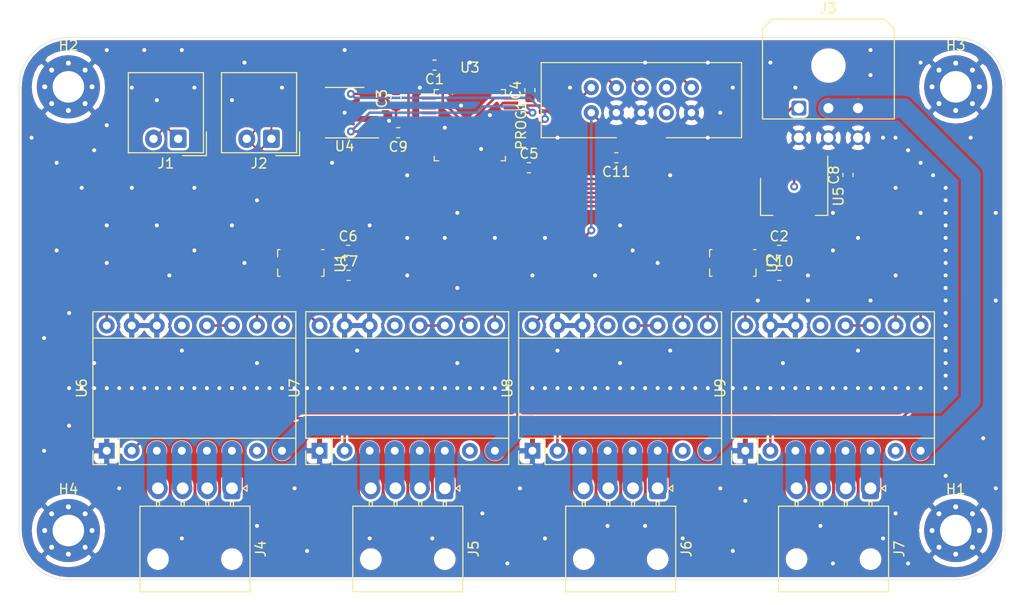
<source format=kicad_pcb>
(kicad_pcb (version 20171130) (host pcbnew "(5.1.5)-3")
  (layers (0 F.Cu signal) (31 B.Cu signal) (34 B.Paste user) (35 F.Paste user) (36 B.SilkS user) (37 F.SilkS user) (38 B.Mask user) (39 F.Mask user) (44 Edge.Cuts user))
  (net 0 "")
  (net 1 GND)
  (net 2 +3V3)
  (net 3 +5V)
  (net 4 /CAN_N)
  (net 5 /CAN_P)
  (net 6 +BATT)
  (net 7 "Net-(J4-Pad4)")
  (net 8 "Net-(J4-Pad3)")
  (net 9 "Net-(J4-Pad2)")
  (net 10 "Net-(J4-Pad1)")
  (net 11 "Net-(J5-Pad4)")
  (net 12 "Net-(J5-Pad3)")
  (net 13 "Net-(J5-Pad2)")
  (net 14 "Net-(J5-Pad1)")
  (net 15 "Net-(J6-Pad4)")
  (net 16 "Net-(J6-Pad3)")
  (net 17 "Net-(J6-Pad2)")
  (net 18 "Net-(J6-Pad1)")
  (net 19 "Net-(J7-Pad4)")
  (net 20 "Net-(J7-Pad3)")
  (net 21 "Net-(J7-Pad2)")
  (net 22 "Net-(J7-Pad1)")
  (net 23 /NRST)
  (net 24 "Net-(PROG1-Pad8)")
  (net 25 "Net-(PROG1-Pad7)")
  (net 26 /SWO)
  (net 27 /SWCLK)
  (net 28 /SWDIO)
  (net 29 "Net-(U1-Pad21)")
  (net 30 "Net-(U1-Pad12)")
  (net 31 "Net-(U1-Pad13)")
  (net 32 /STEP2_H)
  (net 33 /DIR2_H)
  (net 34 /EN2_H)
  (net 35 /STEP1_H)
  (net 36 /DIR1_H)
  (net 37 /EN1_H)
  (net 38 /STEP2_L)
  (net 39 /DIR2_L)
  (net 40 /EN2_L)
  (net 41 /STEP1_L)
  (net 42 /DIR1_L)
  (net 43 /EN1_L)
  (net 44 "Net-(U2-Pad21)")
  (net 45 "Net-(U2-Pad12)")
  (net 46 "Net-(U2-Pad13)")
  (net 47 /STEP4_H)
  (net 48 /DIR4_H)
  (net 49 /EN4_H)
  (net 50 /STEP3_H)
  (net 51 /DIR3_H)
  (net 52 /EN3_H)
  (net 53 /STEP4_L)
  (net 54 /DIR4_L)
  (net 55 /EN4_L)
  (net 56 /STEP3_L)
  (net 57 /DIR3_L)
  (net 58 /EN3_L)
  (net 59 "Net-(U3-Pad46)")
  (net 60 "Net-(U3-Pad45)")
  (net 61 "Net-(U3-Pad44)")
  (net 62 "Net-(U3-Pad43)")
  (net 63 "Net-(U3-Pad42)")
  (net 64 "Net-(U3-Pad41)")
  (net 65 "Net-(U3-Pad40)")
  (net 66 "Net-(U3-Pad39)")
  (net 67 "Net-(U3-Pad31)")
  (net 68 "Net-(U3-Pad30)")
  (net 69 "Net-(U3-Pad29)")
  (net 70 "Net-(U3-Pad28)")
  (net 71 "Net-(U3-Pad27)")
  (net 72 "Net-(U3-Pad26)")
  (net 73 "Net-(U3-Pad25)")
  (net 74 "Net-(U3-Pad22)")
  (net 75 "Net-(U3-Pad6)")
  (net 76 "Net-(U3-Pad5)")
  (net 77 "Net-(U3-Pad4)")
  (net 78 "Net-(U3-Pad3)")
  (net 79 "Net-(U3-Pad2)")
  (net 80 "Net-(U3-Pad1)")
  (net 81 "Net-(U4-Pad8)")
  (net 82 "Net-(U4-Pad5)")
  (net 83 /CAN_RX)
  (net 84 /CAN_TX)
  (net 85 "Net-(U6-Pad7)")
  (net 86 "Net-(U6-Pad13)")
  (net 87 "Net-(U6-Pad11)")
  (net 88 "Net-(U7-Pad7)")
  (net 89 "Net-(U7-Pad13)")
  (net 90 "Net-(U7-Pad11)")
  (net 91 "Net-(U8-Pad7)")
  (net 92 "Net-(U8-Pad13)")
  (net 93 "Net-(U8-Pad11)")
  (net 94 "Net-(U9-Pad7)")
  (net 95 "Net-(U9-Pad13)")
  (net 96 "Net-(U9-Pad11)")
  (module Module:Pololu_Breakout-16_15.2x20.3mm (layer F.Cu) (at 116.98 92.08 90)
    (fp_text reference U9 (at 6.35 -2.54 90) (layer F.SilkS))
    (fp_text value TMC2208)
    (pad 16 thru_hole oval (at 12.7 0 90) (size 1.6 1.6) (drill 0.8) (layers *.Cu *.Mask) (net 49 /EN4_H))
    (pad 8 thru_hole oval (at 0 17.78 90) (size 1.6 1.6) (drill 0.8) (layers *.Cu *.Mask) (net 6 +BATT))
    (pad 15 thru_hole oval (at 12.7 2.54 90) (size 1.6 1.6) (drill 0.8) (layers *.Cu *.Mask) (net 1 GND))
    (pad 7 thru_hole oval (at 0 15.24 90) (size 1.6 1.6) (drill 0.8) (layers *.Cu *.Mask) (net 94 "Net-(U9-Pad7)"))
    (pad 14 thru_hole oval (at 12.7 5.08 90) (size 1.6 1.6) (drill 0.8) (layers *.Cu *.Mask) (net 1 GND))
    (pad 6 thru_hole oval (at 0 12.7 90) (size 1.6 1.6) (drill 0.8) (layers *.Cu *.Mask) (net 22 "Net-(J7-Pad1)"))
    (pad 13 thru_hole oval (at 12.7 7.62 90) (size 1.6 1.6) (drill 0.8) (layers *.Cu *.Mask) (net 95 "Net-(U9-Pad13)"))
    (pad 5 thru_hole oval (at 0 10.16 90) (size 1.6 1.6) (drill 0.8) (layers *.Cu *.Mask) (net 21 "Net-(J7-Pad2)"))
    (pad 12 thru_hole oval (at 12.7 10.16 90) (size 1.6 1.6) (drill 0.8) (layers *.Cu *.Mask) (net 96 "Net-(U9-Pad11)"))
    (pad 4 thru_hole oval (at 0 7.62 90) (size 1.6 1.6) (drill 0.8) (layers *.Cu *.Mask) (net 20 "Net-(J7-Pad3)"))
    (pad 11 thru_hole oval (at 12.7 12.7 90) (size 1.6 1.6) (drill 0.8) (layers *.Cu *.Mask) (net 96 "Net-(U9-Pad11)"))
    (pad 3 thru_hole oval (at 0 5.08 90) (size 1.6 1.6) (drill 0.8) (layers *.Cu *.Mask) (net 19 "Net-(J7-Pad4)"))
    (pad 10 thru_hole oval (at 12.7 15.24 90) (size 1.6 1.6) (drill 0.8) (layers *.Cu *.Mask) (net 47 /STEP4_H))
    (pad 2 thru_hole oval (at 0 2.54 90) (size 1.6 1.6) (drill 0.8) (layers *.Cu *.Mask) (net 3 +5V))
    (pad 9 thru_hole oval (at 12.7 17.78 90) (size 1.6 1.6) (drill 0.8) (layers *.Cu *.Mask) (net 48 /DIR4_H))
    (pad 1 thru_hole rect (at 0 0 90) (size 1.6 1.6) (drill 0.8) (layers *.Cu *.Mask) (net 1 GND))
  )
  (module Module:Pololu_Breakout-16_15.2x20.3mm (layer F.Cu) (at 95.39 92.08 90)
    (fp_text reference U8 (at 6.35 -2.54 90) (layer F.SilkS))
    (fp_text value TMC2208)
    (pad 16 thru_hole oval (at 12.7 0 90) (size 1.6 1.6) (drill 0.8) (layers *.Cu *.Mask) (net 52 /EN3_H))
    (pad 8 thru_hole oval (at 0 17.78 90) (size 1.6 1.6) (drill 0.8) (layers *.Cu *.Mask) (net 6 +BATT))
    (pad 15 thru_hole oval (at 12.7 2.54 90) (size 1.6 1.6) (drill 0.8) (layers *.Cu *.Mask) (net 1 GND))
    (pad 7 thru_hole oval (at 0 15.24 90) (size 1.6 1.6) (drill 0.8) (layers *.Cu *.Mask) (net 91 "Net-(U8-Pad7)"))
    (pad 14 thru_hole oval (at 12.7 5.08 90) (size 1.6 1.6) (drill 0.8) (layers *.Cu *.Mask) (net 1 GND))
    (pad 6 thru_hole oval (at 0 12.7 90) (size 1.6 1.6) (drill 0.8) (layers *.Cu *.Mask) (net 18 "Net-(J6-Pad1)"))
    (pad 13 thru_hole oval (at 12.7 7.62 90) (size 1.6 1.6) (drill 0.8) (layers *.Cu *.Mask) (net 92 "Net-(U8-Pad13)"))
    (pad 5 thru_hole oval (at 0 10.16 90) (size 1.6 1.6) (drill 0.8) (layers *.Cu *.Mask) (net 17 "Net-(J6-Pad2)"))
    (pad 12 thru_hole oval (at 12.7 10.16 90) (size 1.6 1.6) (drill 0.8) (layers *.Cu *.Mask) (net 93 "Net-(U8-Pad11)"))
    (pad 4 thru_hole oval (at 0 7.62 90) (size 1.6 1.6) (drill 0.8) (layers *.Cu *.Mask) (net 16 "Net-(J6-Pad3)"))
    (pad 11 thru_hole oval (at 12.7 12.7 90) (size 1.6 1.6) (drill 0.8) (layers *.Cu *.Mask) (net 93 "Net-(U8-Pad11)"))
    (pad 3 thru_hole oval (at 0 5.08 90) (size 1.6 1.6) (drill 0.8) (layers *.Cu *.Mask) (net 15 "Net-(J6-Pad4)"))
    (pad 10 thru_hole oval (at 12.7 15.24 90) (size 1.6 1.6) (drill 0.8) (layers *.Cu *.Mask) (net 50 /STEP3_H))
    (pad 2 thru_hole oval (at 0 2.54 90) (size 1.6 1.6) (drill 0.8) (layers *.Cu *.Mask) (net 3 +5V))
    (pad 9 thru_hole oval (at 12.7 17.78 90) (size 1.6 1.6) (drill 0.8) (layers *.Cu *.Mask) (net 51 /DIR3_H))
    (pad 1 thru_hole rect (at 0 0 90) (size 1.6 1.6) (drill 0.8) (layers *.Cu *.Mask) (net 1 GND))
  )
  (module Module:Pololu_Breakout-16_15.2x20.3mm (layer F.Cu) (at 73.8 92.08 90)
    (fp_text reference U7 (at 6.35 -2.54 90) (layer F.SilkS))
    (fp_text value TMC2208)
    (pad 16 thru_hole oval (at 12.7 0 90) (size 1.6 1.6) (drill 0.8) (layers *.Cu *.Mask) (net 34 /EN2_H))
    (pad 8 thru_hole oval (at 0 17.78 90) (size 1.6 1.6) (drill 0.8) (layers *.Cu *.Mask) (net 6 +BATT))
    (pad 15 thru_hole oval (at 12.7 2.54 90) (size 1.6 1.6) (drill 0.8) (layers *.Cu *.Mask) (net 1 GND))
    (pad 7 thru_hole oval (at 0 15.24 90) (size 1.6 1.6) (drill 0.8) (layers *.Cu *.Mask) (net 88 "Net-(U7-Pad7)"))
    (pad 14 thru_hole oval (at 12.7 5.08 90) (size 1.6 1.6) (drill 0.8) (layers *.Cu *.Mask) (net 1 GND))
    (pad 6 thru_hole oval (at 0 12.7 90) (size 1.6 1.6) (drill 0.8) (layers *.Cu *.Mask) (net 14 "Net-(J5-Pad1)"))
    (pad 13 thru_hole oval (at 12.7 7.62 90) (size 1.6 1.6) (drill 0.8) (layers *.Cu *.Mask) (net 89 "Net-(U7-Pad13)"))
    (pad 5 thru_hole oval (at 0 10.16 90) (size 1.6 1.6) (drill 0.8) (layers *.Cu *.Mask) (net 13 "Net-(J5-Pad2)"))
    (pad 12 thru_hole oval (at 12.7 10.16 90) (size 1.6 1.6) (drill 0.8) (layers *.Cu *.Mask) (net 90 "Net-(U7-Pad11)"))
    (pad 4 thru_hole oval (at 0 7.62 90) (size 1.6 1.6) (drill 0.8) (layers *.Cu *.Mask) (net 12 "Net-(J5-Pad3)"))
    (pad 11 thru_hole oval (at 12.7 12.7 90) (size 1.6 1.6) (drill 0.8) (layers *.Cu *.Mask) (net 90 "Net-(U7-Pad11)"))
    (pad 3 thru_hole oval (at 0 5.08 90) (size 1.6 1.6) (drill 0.8) (layers *.Cu *.Mask) (net 11 "Net-(J5-Pad4)"))
    (pad 10 thru_hole oval (at 12.7 15.24 90) (size 1.6 1.6) (drill 0.8) (layers *.Cu *.Mask) (net 32 /STEP2_H))
    (pad 2 thru_hole oval (at 0 2.54 90) (size 1.6 1.6) (drill 0.8) (layers *.Cu *.Mask) (net 3 +5V))
    (pad 9 thru_hole oval (at 12.7 17.78 90) (size 1.6 1.6) (drill 0.8) (layers *.Cu *.Mask) (net 33 /DIR2_H))
    (pad 1 thru_hole rect (at 0 0 90) (size 1.6 1.6) (drill 0.8) (layers *.Cu *.Mask) (net 1 GND))
  )
  (module Module:Pololu_Breakout-16_15.2x20.3mm (layer F.Cu) (at 52.21 92.08 90)
    (fp_text reference U6 (at 6.35 -2.54 90) (layer F.SilkS))
    (fp_text value TMC2208)
    (pad 16 thru_hole oval (at 12.7 0 90) (size 1.6 1.6) (drill 0.8) (layers *.Cu *.Mask) (net 37 /EN1_H))
    (pad 8 thru_hole oval (at 0 17.78 90) (size 1.6 1.6) (drill 0.8) (layers *.Cu *.Mask) (net 6 +BATT))
    (pad 15 thru_hole oval (at 12.7 2.54 90) (size 1.6 1.6) (drill 0.8) (layers *.Cu *.Mask) (net 1 GND))
    (pad 7 thru_hole oval (at 0 15.24 90) (size 1.6 1.6) (drill 0.8) (layers *.Cu *.Mask) (net 85 "Net-(U6-Pad7)"))
    (pad 14 thru_hole oval (at 12.7 5.08 90) (size 1.6 1.6) (drill 0.8) (layers *.Cu *.Mask) (net 1 GND))
    (pad 6 thru_hole oval (at 0 12.7 90) (size 1.6 1.6) (drill 0.8) (layers *.Cu *.Mask) (net 10 "Net-(J4-Pad1)"))
    (pad 13 thru_hole oval (at 12.7 7.62 90) (size 1.6 1.6) (drill 0.8) (layers *.Cu *.Mask) (net 86 "Net-(U6-Pad13)"))
    (pad 5 thru_hole oval (at 0 10.16 90) (size 1.6 1.6) (drill 0.8) (layers *.Cu *.Mask) (net 9 "Net-(J4-Pad2)"))
    (pad 12 thru_hole oval (at 12.7 10.16 90) (size 1.6 1.6) (drill 0.8) (layers *.Cu *.Mask) (net 87 "Net-(U6-Pad11)"))
    (pad 4 thru_hole oval (at 0 7.62 90) (size 1.6 1.6) (drill 0.8) (layers *.Cu *.Mask) (net 8 "Net-(J4-Pad3)"))
    (pad 11 thru_hole oval (at 12.7 12.7 90) (size 1.6 1.6) (drill 0.8) (layers *.Cu *.Mask) (net 87 "Net-(U6-Pad11)"))
    (pad 3 thru_hole oval (at 0 5.08 90) (size 1.6 1.6) (drill 0.8) (layers *.Cu *.Mask) (net 7 "Net-(J4-Pad4)"))
    (pad 10 thru_hole oval (at 12.7 15.24 90) (size 1.6 1.6) (drill 0.8) (layers *.Cu *.Mask) (net 35 /STEP1_H))
    (pad 2 thru_hole oval (at 0 2.54 90) (size 1.6 1.6) (drill 0.8) (layers *.Cu *.Mask) (net 3 +5V))
    (pad 9 thru_hole oval (at 12.7 17.78 90) (size 1.6 1.6) (drill 0.8) (layers *.Cu *.Mask) (net 36 /DIR1_H))
    (pad 1 thru_hole rect (at 0 0 90) (size 1.6 1.6) (drill 0.8) (layers *.Cu *.Mask) (net 1 GND))
  )
  (module Package_TO_SOT_SMD:SOT-223-3_TabPin2 (layer F.Cu) (at 121.933 66.299 270)
    (fp_text reference U5 (at 0 -4.5 90) (layer F.SilkS))
    (fp_text value LT1117-3.3)
    (pad 1 smd rect (at -3.15 -2.3 270) (size 2 1.5) (layers F.Cu F.Paste F.Mask) (net 1 GND))
    (pad 3 smd rect (at -3.15 2.3 270) (size 2 1.5) (layers F.Cu F.Paste F.Mask) (net 3 +5V))
    (pad 2 smd rect (at -3.15 0 270) (size 2 1.5) (layers F.Cu F.Paste F.Mask) (net 2 +3V3))
    (pad 2 smd rect (at 3.15 0 270) (size 2 3.8) (layers F.Cu F.Paste F.Mask) (net 2 +3V3))
  )
  (module Package_SO:SOIC-8_3.9x4.9mm_P1.27mm (layer F.Cu) (at 76.34 57.79 180)
    (fp_text reference U4 (at 0 -3.4) (layer F.SilkS))
    (fp_text value TCAN337)
    (pad 8 smd roundrect (at 2.475 -1.905 180) (size 1.95 0.6) (layers F.Cu F.Paste F.Mask) (net 81 "Net-(U4-Pad8)"))
    (pad 7 smd roundrect (at 2.475 -0.635 180) (size 1.95 0.6) (layers F.Cu F.Paste F.Mask) (net 5 /CAN_P))
    (pad 6 smd roundrect (at 2.475 0.635 180) (size 1.95 0.6) (layers F.Cu F.Paste F.Mask) (net 4 /CAN_N))
    (pad 5 smd roundrect (at 2.475 1.905 180) (size 1.95 0.6) (layers F.Cu F.Paste F.Mask) (net 82 "Net-(U4-Pad5)"))
    (pad 4 smd roundrect (at -2.475 1.905 180) (size 1.95 0.6) (layers F.Cu F.Paste F.Mask) (net 83 /CAN_RX))
    (pad 3 smd roundrect (at -2.475 0.635 180) (size 1.95 0.6) (layers F.Cu F.Paste F.Mask) (net 2 +3V3))
    (pad 2 smd roundrect (at -2.475 -0.635 180) (size 1.95 0.6) (layers F.Cu F.Paste F.Mask) (net 1 GND))
    (pad 1 smd roundrect (at -2.475 -1.905 180) (size 1.95 0.6) (layers F.Cu F.Paste F.Mask) (net 84 /CAN_TX))
  )
  (module Package_QFP:LQFP-48_7x7mm_P0.5mm (layer F.Cu) (at 89.04 59.06)
    (fp_text reference U3 (at 0 -5.85) (layer F.SilkS))
    (fp_text value STM32F103C8Tx)
    (pad 48 smd roundrect (at -2.75 -4.1625) (size 0.3 1.475) (layers F.Cu F.Paste F.Mask) (net 2 +3V3))
    (pad 47 smd roundrect (at -2.25 -4.1625) (size 0.3 1.475) (layers F.Cu F.Paste F.Mask) (net 1 GND))
    (pad 46 smd roundrect (at -1.75 -4.1625) (size 0.3 1.475) (layers F.Cu F.Paste F.Mask) (net 59 "Net-(U3-Pad46)"))
    (pad 45 smd roundrect (at -1.25 -4.1625) (size 0.3 1.475) (layers F.Cu F.Paste F.Mask) (net 60 "Net-(U3-Pad45)"))
    (pad 44 smd roundrect (at -0.75 -4.1625) (size 0.3 1.475) (layers F.Cu F.Paste F.Mask) (net 61 "Net-(U3-Pad44)"))
    (pad 43 smd roundrect (at -0.25 -4.1625) (size 0.3 1.475) (layers F.Cu F.Paste F.Mask) (net 62 "Net-(U3-Pad43)"))
    (pad 42 smd roundrect (at 0.25 -4.1625) (size 0.3 1.475) (layers F.Cu F.Paste F.Mask) (net 63 "Net-(U3-Pad42)"))
    (pad 41 smd roundrect (at 0.75 -4.1625) (size 0.3 1.475) (layers F.Cu F.Paste F.Mask) (net 64 "Net-(U3-Pad41)"))
    (pad 40 smd roundrect (at 1.25 -4.1625) (size 0.3 1.475) (layers F.Cu F.Paste F.Mask) (net 65 "Net-(U3-Pad40)"))
    (pad 39 smd roundrect (at 1.75 -4.1625) (size 0.3 1.475) (layers F.Cu F.Paste F.Mask) (net 66 "Net-(U3-Pad39)"))
    (pad 38 smd roundrect (at 2.25 -4.1625) (size 0.3 1.475) (layers F.Cu F.Paste F.Mask) (net 26 /SWO))
    (pad 37 smd roundrect (at 2.75 -4.1625) (size 0.3 1.475) (layers F.Cu F.Paste F.Mask) (net 27 /SWCLK))
    (pad 36 smd roundrect (at 4.1625 -2.75) (size 1.475 0.3) (layers F.Cu F.Paste F.Mask) (net 2 +3V3))
    (pad 35 smd roundrect (at 4.1625 -2.25) (size 1.475 0.3) (layers F.Cu F.Paste F.Mask) (net 1 GND))
    (pad 34 smd roundrect (at 4.1625 -1.75) (size 1.475 0.3) (layers F.Cu F.Paste F.Mask) (net 28 /SWDIO))
    (pad 33 smd roundrect (at 4.1625 -1.25) (size 1.475 0.3) (layers F.Cu F.Paste F.Mask) (net 84 /CAN_TX))
    (pad 32 smd roundrect (at 4.1625 -0.75) (size 1.475 0.3) (layers F.Cu F.Paste F.Mask) (net 83 /CAN_RX))
    (pad 31 smd roundrect (at 4.1625 -0.25) (size 1.475 0.3) (layers F.Cu F.Paste F.Mask) (net 67 "Net-(U3-Pad31)"))
    (pad 30 smd roundrect (at 4.1625 0.25) (size 1.475 0.3) (layers F.Cu F.Paste F.Mask) (net 68 "Net-(U3-Pad30)"))
    (pad 29 smd roundrect (at 4.1625 0.75) (size 1.475 0.3) (layers F.Cu F.Paste F.Mask) (net 69 "Net-(U3-Pad29)"))
    (pad 28 smd roundrect (at 4.1625 1.25) (size 1.475 0.3) (layers F.Cu F.Paste F.Mask) (net 70 "Net-(U3-Pad28)"))
    (pad 27 smd roundrect (at 4.1625 1.75) (size 1.475 0.3) (layers F.Cu F.Paste F.Mask) (net 71 "Net-(U3-Pad27)"))
    (pad 26 smd roundrect (at 4.1625 2.25) (size 1.475 0.3) (layers F.Cu F.Paste F.Mask) (net 72 "Net-(U3-Pad26)"))
    (pad 25 smd roundrect (at 4.1625 2.75) (size 1.475 0.3) (layers F.Cu F.Paste F.Mask) (net 73 "Net-(U3-Pad25)"))
    (pad 24 smd roundrect (at 2.75 4.1625) (size 0.3 1.475) (layers F.Cu F.Paste F.Mask) (net 2 +3V3))
    (pad 23 smd roundrect (at 2.25 4.1625) (size 0.3 1.475) (layers F.Cu F.Paste F.Mask) (net 1 GND))
    (pad 22 smd roundrect (at 1.75 4.1625) (size 0.3 1.475) (layers F.Cu F.Paste F.Mask) (net 74 "Net-(U3-Pad22)"))
    (pad 21 smd roundrect (at 1.25 4.1625) (size 0.3 1.475) (layers F.Cu F.Paste F.Mask) (net 54 /DIR4_L))
    (pad 20 smd roundrect (at 0.75 4.1625) (size 0.3 1.475) (layers F.Cu F.Paste F.Mask) (net 53 /STEP4_L))
    (pad 19 smd roundrect (at 0.25 4.1625) (size 0.3 1.475) (layers F.Cu F.Paste F.Mask) (net 55 /EN4_L))
    (pad 18 smd roundrect (at -0.25 4.1625) (size 0.3 1.475) (layers F.Cu F.Paste F.Mask) (net 57 /DIR3_L))
    (pad 17 smd roundrect (at -0.75 4.1625) (size 0.3 1.475) (layers F.Cu F.Paste F.Mask) (net 56 /STEP3_L))
    (pad 16 smd roundrect (at -1.25 4.1625) (size 0.3 1.475) (layers F.Cu F.Paste F.Mask) (net 58 /EN3_L))
    (pad 15 smd roundrect (at -1.75 4.1625) (size 0.3 1.475) (layers F.Cu F.Paste F.Mask) (net 39 /DIR2_L))
    (pad 14 smd roundrect (at -2.25 4.1625) (size 0.3 1.475) (layers F.Cu F.Paste F.Mask) (net 38 /STEP2_L))
    (pad 13 smd roundrect (at -2.75 4.1625) (size 0.3 1.475) (layers F.Cu F.Paste F.Mask) (net 40 /EN2_L))
    (pad 12 smd roundrect (at -4.1625 2.75) (size 1.475 0.3) (layers F.Cu F.Paste F.Mask) (net 42 /DIR1_L))
    (pad 11 smd roundrect (at -4.1625 2.25) (size 1.475 0.3) (layers F.Cu F.Paste F.Mask) (net 41 /STEP1_L))
    (pad 10 smd roundrect (at -4.1625 1.75) (size 1.475 0.3) (layers F.Cu F.Paste F.Mask) (net 43 /EN1_L))
    (pad 9 smd roundrect (at -4.1625 1.25) (size 1.475 0.3) (layers F.Cu F.Paste F.Mask) (net 2 +3V3))
    (pad 8 smd roundrect (at -4.1625 0.75) (size 1.475 0.3) (layers F.Cu F.Paste F.Mask) (net 1 GND))
    (pad 7 smd roundrect (at -4.1625 0.25) (size 1.475 0.3) (layers F.Cu F.Paste F.Mask) (net 23 /NRST))
    (pad 6 smd roundrect (at -4.1625 -0.25) (size 1.475 0.3) (layers F.Cu F.Paste F.Mask) (net 75 "Net-(U3-Pad6)"))
    (pad 5 smd roundrect (at -4.1625 -0.75) (size 1.475 0.3) (layers F.Cu F.Paste F.Mask) (net 76 "Net-(U3-Pad5)"))
    (pad 4 smd roundrect (at -4.1625 -1.25) (size 1.475 0.3) (layers F.Cu F.Paste F.Mask) (net 77 "Net-(U3-Pad4)"))
    (pad 3 smd roundrect (at -4.1625 -1.75) (size 1.475 0.3) (layers F.Cu F.Paste F.Mask) (net 78 "Net-(U3-Pad3)"))
    (pad 2 smd roundrect (at -4.1625 -2.25) (size 1.475 0.3) (layers F.Cu F.Paste F.Mask) (net 79 "Net-(U3-Pad2)"))
    (pad 1 smd roundrect (at -4.1625 -2.75) (size 1.475 0.3) (layers F.Cu F.Paste F.Mask) (net 80 "Net-(U3-Pad1)"))
  )
  (module Package_DFN_QFN:WQFN-20-1EP_2.5x4.5mm_P0.5mm_EP1x2.9mm (layer F.Cu) (at 115.71 73.03 270)
    (fp_text reference U2 (at 0 -4 90) (layer F.SilkS))
    (fp_text value FXMA108)
    (pad 21 smd rect (at 0 0 180) (size 2.9 1) (layers F.Cu F.Mask) (net 44 "Net-(U2-Pad21)"))
    (pad 12 smd rect (at 1.3 1.75 270) (size 0.9 0.24) (layers F.Cu F.Paste F.Mask) (net 45 "Net-(U2-Pad12)"))
    (pad 13 smd rect (at 1.3 1.25 270) (size 0.9 0.24) (layers F.Cu F.Paste F.Mask) (net 46 "Net-(U2-Pad13)"))
    (pad 14 smd rect (at 1.3 0.75 270) (size 0.9 0.24) (layers F.Cu F.Paste F.Mask) (net 52 /EN3_H))
    (pad 15 smd rect (at 1.3 0.25 270) (size 0.9 0.24) (layers F.Cu F.Paste F.Mask) (net 50 /STEP3_H))
    (pad 16 smd rect (at 1.3 -0.25 270) (size 0.9 0.24) (layers F.Cu F.Paste F.Mask) (net 51 /DIR3_H))
    (pad 17 smd rect (at 1.3 -0.75 270) (size 0.9 0.24) (layers F.Cu F.Paste F.Mask) (net 49 /EN4_H))
    (pad 18 smd rect (at 1.3 -1.25 270) (size 0.9 0.24) (layers F.Cu F.Paste F.Mask) (net 47 /STEP4_H))
    (pad 19 smd rect (at 1.3 -1.75 270) (size 0.9 0.24) (layers F.Cu F.Paste F.Mask) (net 48 /DIR4_H))
    (pad 9 smd rect (at -1.3 1.75 270) (size 0.9 0.24) (layers F.Cu F.Paste F.Mask) (net 1 GND))
    (pad 8 smd rect (at -1.3 1.25 270) (size 0.9 0.24) (layers F.Cu F.Paste F.Mask) (net 1 GND))
    (pad 7 smd rect (at -1.3 0.75 270) (size 0.9 0.24) (layers F.Cu F.Paste F.Mask) (net 58 /EN3_L))
    (pad 6 smd rect (at -1.3 0.25 270) (size 0.9 0.24) (layers F.Cu F.Paste F.Mask) (net 56 /STEP3_L))
    (pad 5 smd rect (at -1.3 -0.25 270) (size 0.9 0.24) (layers F.Cu F.Paste F.Mask) (net 57 /DIR3_L))
    (pad 4 smd rect (at -1.3 -0.75 270) (size 0.9 0.24) (layers F.Cu F.Paste F.Mask) (net 55 /EN4_L))
    (pad 3 smd rect (at -1.3 -1.25 270) (size 0.9 0.24) (layers F.Cu F.Paste F.Mask) (net 53 /STEP4_L))
    (pad 2 smd rect (at -1.3 -1.75 270) (size 0.9 0.24) (layers F.Cu F.Paste F.Mask) (net 54 /DIR4_L))
    (pad 11 smd rect (at 0.25 2.3 180) (size 0.9 0.24) (layers F.Cu F.Paste F.Mask) (net 1 GND))
    (pad 10 smd rect (at -0.25 2.3 180) (size 0.9 0.24) (layers F.Cu F.Paste F.Mask) (net 1 GND))
    (pad 20 smd rect (at 0.25 -2.3 180) (size 0.9 0.24) (layers F.Cu F.Paste F.Mask) (net 3 +5V))
    (pad 1 smd rect (at -0.25 -2.3 180) (size 0.9 0.24) (layers F.Cu F.Paste F.Mask) (net 2 +3V3))
  )
  (module Package_DFN_QFN:WQFN-20-1EP_2.5x4.5mm_P0.5mm_EP1x2.9mm (layer F.Cu) (at 71.895 73.03 270)
    (fp_text reference U1 (at 0 -4 90) (layer F.SilkS))
    (fp_text value FXMA108)
    (pad 21 smd rect (at 0 0 180) (size 2.9 1) (layers F.Cu F.Mask) (net 29 "Net-(U1-Pad21)"))
    (pad 12 smd rect (at 1.3 1.75 270) (size 0.9 0.24) (layers F.Cu F.Paste F.Mask) (net 30 "Net-(U1-Pad12)"))
    (pad 13 smd rect (at 1.3 1.25 270) (size 0.9 0.24) (layers F.Cu F.Paste F.Mask) (net 31 "Net-(U1-Pad13)"))
    (pad 14 smd rect (at 1.3 0.75 270) (size 0.9 0.24) (layers F.Cu F.Paste F.Mask) (net 37 /EN1_H))
    (pad 15 smd rect (at 1.3 0.25 270) (size 0.9 0.24) (layers F.Cu F.Paste F.Mask) (net 35 /STEP1_H))
    (pad 16 smd rect (at 1.3 -0.25 270) (size 0.9 0.24) (layers F.Cu F.Paste F.Mask) (net 36 /DIR1_H))
    (pad 17 smd rect (at 1.3 -0.75 270) (size 0.9 0.24) (layers F.Cu F.Paste F.Mask) (net 34 /EN2_H))
    (pad 18 smd rect (at 1.3 -1.25 270) (size 0.9 0.24) (layers F.Cu F.Paste F.Mask) (net 32 /STEP2_H))
    (pad 19 smd rect (at 1.3 -1.75 270) (size 0.9 0.24) (layers F.Cu F.Paste F.Mask) (net 33 /DIR2_H))
    (pad 9 smd rect (at -1.3 1.75 270) (size 0.9 0.24) (layers F.Cu F.Paste F.Mask) (net 1 GND))
    (pad 8 smd rect (at -1.3 1.25 270) (size 0.9 0.24) (layers F.Cu F.Paste F.Mask) (net 1 GND))
    (pad 7 smd rect (at -1.3 0.75 270) (size 0.9 0.24) (layers F.Cu F.Paste F.Mask) (net 43 /EN1_L))
    (pad 6 smd rect (at -1.3 0.25 270) (size 0.9 0.24) (layers F.Cu F.Paste F.Mask) (net 41 /STEP1_L))
    (pad 5 smd rect (at -1.3 -0.25 270) (size 0.9 0.24) (layers F.Cu F.Paste F.Mask) (net 42 /DIR1_L))
    (pad 4 smd rect (at -1.3 -0.75 270) (size 0.9 0.24) (layers F.Cu F.Paste F.Mask) (net 40 /EN2_L))
    (pad 3 smd rect (at -1.3 -1.25 270) (size 0.9 0.24) (layers F.Cu F.Paste F.Mask) (net 38 /STEP2_L))
    (pad 2 smd rect (at -1.3 -1.75 270) (size 0.9 0.24) (layers F.Cu F.Paste F.Mask) (net 39 /DIR2_L))
    (pad 11 smd rect (at 0.25 2.3 180) (size 0.9 0.24) (layers F.Cu F.Paste F.Mask) (net 1 GND))
    (pad 10 smd rect (at -0.25 2.3 180) (size 0.9 0.24) (layers F.Cu F.Paste F.Mask) (net 1 GND))
    (pad 20 smd rect (at 0.25 -2.3 180) (size 0.9 0.24) (layers F.Cu F.Paste F.Mask) (net 3 +5V))
    (pad 1 smd rect (at -0.25 -2.3 180) (size 0.9 0.24) (layers F.Cu F.Paste F.Mask) (net 2 +3V3))
  )
  (module Connecteurs:JTAG10 (layer F.Cu) (at 101.359 57.79 90)
    (fp_text reference PROG1 (at -1.27 -7.12 90) (layer F.SilkS))
    (fp_text value STM32_SW)
    (pad 10 thru_hole circle (at 2.54 10.16 90) (size 1.524 1.524) (drill 0.762) (layers *.Cu *.Mask) (net 23 /NRST))
    (pad 9 thru_hole circle (at 0 10.16 90) (size 1.524 1.524) (drill 0.762) (layers *.Cu *.Mask) (net 1 GND))
    (pad 8 thru_hole circle (at 2.54 7.62 90) (size 1.524 1.524) (drill 0.762) (layers *.Cu *.Mask) (net 24 "Net-(PROG1-Pad8)"))
    (pad 7 thru_hole circle (at 0 7.62 90) (size 1.524 1.524) (drill 0.762) (layers *.Cu *.Mask) (net 25 "Net-(PROG1-Pad7)"))
    (pad 6 thru_hole circle (at 2.54 5.08 90) (size 1.524 1.524) (drill 0.762) (layers *.Cu *.Mask) (net 26 /SWO))
    (pad 5 thru_hole circle (at 0 5.08 90) (size 1.524 1.524) (drill 0.762) (layers *.Cu *.Mask) (net 1 GND))
    (pad 4 thru_hole circle (at 2.54 2.54 90) (size 1.524 1.524) (drill 0.762) (layers *.Cu *.Mask) (net 27 /SWCLK))
    (pad 3 thru_hole circle (at 0 2.54 90) (size 1.524 1.524) (drill 0.762) (layers *.Cu *.Mask) (net 1 GND))
    (pad 2 thru_hole circle (at 2.54 0 90) (size 1.524 1.524) (drill 0.762) (layers *.Cu *.Mask) (net 28 /SWDIO))
    (pad 1 thru_hole circle (at 0 0 90) (size 1.524 1.524) (drill 0.762) (layers *.Cu *.Mask) (net 2 +3V3))
  )
  (module Connector_Molex:Molex_Nano-Fit_105313-xx04_1x04_P2.50mm_Horizontal (layer F.Cu) (at 129.68 95.89 270)
    (fp_text reference J7 (at 6.15 -2.92 90) (layer F.SilkS))
    (fp_text value Conn_01x04)
    (pad "" np_thru_hole circle (at 7.18 7.5 270) (size 1.7 1.7) (drill 1.7) (layers *.Cu *.Mask))
    (pad "" np_thru_hole circle (at 7.18 0 270) (size 1.7 1.7) (drill 1.7) (layers *.Cu *.Mask))
    (pad 4 thru_hole oval (at 0 7.5 270) (size 2.2 1.7) (drill 1.2) (layers *.Cu *.Mask) (net 19 "Net-(J7-Pad4)"))
    (pad 3 thru_hole oval (at 0 5 270) (size 2.2 1.7) (drill 1.2) (layers *.Cu *.Mask) (net 20 "Net-(J7-Pad3)"))
    (pad 2 thru_hole oval (at 0 2.5 270) (size 2.2 1.7) (drill 1.2) (layers *.Cu *.Mask) (net 21 "Net-(J7-Pad2)"))
    (pad 1 thru_hole roundrect (at 0 0 270) (size 2.2 1.7) (drill 1.2) (layers *.Cu *.Mask) (roundrect_rratio 0.147059) (net 22 "Net-(J7-Pad1)"))
  )
  (module Connector_Molex:Molex_Nano-Fit_105313-xx04_1x04_P2.50mm_Horizontal (layer F.Cu) (at 108.09 95.89 270)
    (fp_text reference J6 (at 6.15 -2.92 90) (layer F.SilkS))
    (fp_text value Conn_01x04)
    (pad "" np_thru_hole circle (at 7.18 7.5 270) (size 1.7 1.7) (drill 1.7) (layers *.Cu *.Mask))
    (pad "" np_thru_hole circle (at 7.18 0 270) (size 1.7 1.7) (drill 1.7) (layers *.Cu *.Mask))
    (pad 4 thru_hole oval (at 0 7.5 270) (size 2.2 1.7) (drill 1.2) (layers *.Cu *.Mask) (net 15 "Net-(J6-Pad4)"))
    (pad 3 thru_hole oval (at 0 5 270) (size 2.2 1.7) (drill 1.2) (layers *.Cu *.Mask) (net 16 "Net-(J6-Pad3)"))
    (pad 2 thru_hole oval (at 0 2.5 270) (size 2.2 1.7) (drill 1.2) (layers *.Cu *.Mask) (net 17 "Net-(J6-Pad2)"))
    (pad 1 thru_hole roundrect (at 0 0 270) (size 2.2 1.7) (drill 1.2) (layers *.Cu *.Mask) (roundrect_rratio 0.147059) (net 18 "Net-(J6-Pad1)"))
  )
  (module Connector_Molex:Molex_Nano-Fit_105313-xx04_1x04_P2.50mm_Horizontal (layer F.Cu) (at 86.5 95.89 270)
    (fp_text reference J5 (at 6.15 -2.92 90) (layer F.SilkS))
    (fp_text value Conn_01x04)
    (pad "" np_thru_hole circle (at 7.18 7.5 270) (size 1.7 1.7) (drill 1.7) (layers *.Cu *.Mask))
    (pad "" np_thru_hole circle (at 7.18 0 270) (size 1.7 1.7) (drill 1.7) (layers *.Cu *.Mask))
    (pad 4 thru_hole oval (at 0 7.5 270) (size 2.2 1.7) (drill 1.2) (layers *.Cu *.Mask) (net 11 "Net-(J5-Pad4)"))
    (pad 3 thru_hole oval (at 0 5 270) (size 2.2 1.7) (drill 1.2) (layers *.Cu *.Mask) (net 12 "Net-(J5-Pad3)"))
    (pad 2 thru_hole oval (at 0 2.5 270) (size 2.2 1.7) (drill 1.2) (layers *.Cu *.Mask) (net 13 "Net-(J5-Pad2)"))
    (pad 1 thru_hole roundrect (at 0 0 270) (size 2.2 1.7) (drill 1.2) (layers *.Cu *.Mask) (roundrect_rratio 0.147059) (net 14 "Net-(J5-Pad1)"))
  )
  (module Connector_Molex:Molex_Nano-Fit_105313-xx04_1x04_P2.50mm_Horizontal (layer F.Cu) (at 64.91 95.89 270)
    (fp_text reference J4 (at 6.15 -2.92 90) (layer F.SilkS))
    (fp_text value Conn_01x04)
    (pad "" np_thru_hole circle (at 7.18 7.5 270) (size 1.7 1.7) (drill 1.7) (layers *.Cu *.Mask))
    (pad "" np_thru_hole circle (at 7.18 0 270) (size 1.7 1.7) (drill 1.7) (layers *.Cu *.Mask))
    (pad 4 thru_hole oval (at 0 7.5 270) (size 2.2 1.7) (drill 1.2) (layers *.Cu *.Mask) (net 7 "Net-(J4-Pad4)"))
    (pad 3 thru_hole oval (at 0 5 270) (size 2.2 1.7) (drill 1.2) (layers *.Cu *.Mask) (net 8 "Net-(J4-Pad3)"))
    (pad 2 thru_hole oval (at 0 2.5 270) (size 2.2 1.7) (drill 1.2) (layers *.Cu *.Mask) (net 9 "Net-(J4-Pad2)"))
    (pad 1 thru_hole roundrect (at 0 0 270) (size 2.2 1.7) (drill 1.2) (layers *.Cu *.Mask) (roundrect_rratio 0.147059) (net 10 "Net-(J4-Pad1)"))
  )
  (module Connector_Molex:Molex_Micro-Fit_3.0_43045-0600_2x03_P3.00mm_Horizontal (layer F.Cu) (at 122.41 57.33)
    (fp_text reference J3 (at 3 -10.12) (layer F.SilkS))
    (fp_text value Conn_02x03_Counter_Clockwise)
    (pad 6 thru_hole circle (at 6 3) (size 1.5 1.5) (drill 1.02) (layers *.Cu *.Mask) (net 1 GND))
    (pad 5 thru_hole circle (at 3 3) (size 1.5 1.5) (drill 1.02) (layers *.Cu *.Mask) (net 1 GND))
    (pad 4 thru_hole circle (at 0 3) (size 1.5 1.5) (drill 1.02) (layers *.Cu *.Mask) (net 1 GND))
    (pad 3 thru_hole circle (at 6 0) (size 1.5 1.5) (drill 1.02) (layers *.Cu *.Mask) (net 6 +BATT))
    (pad 2 thru_hole circle (at 3 0) (size 1.5 1.5) (drill 1.02) (layers *.Cu *.Mask) (net 6 +BATT))
    (pad 1 thru_hole roundrect (at 0 0) (size 1.5 1.5) (drill 1.02) (layers *.Cu *.Mask) (roundrect_rratio 0.166667) (net 3 +5V))
    (pad "" np_thru_hole circle (at 3 -4.32) (size 3 3) (drill 3) (layers *.Cu *.Mask))
  )
  (module Connector_Molex:Molex_SPOX_5268-02A_1x02_P2.50mm_Horizontal (layer F.Cu) (at 68.91 60.44 180)
    (fp_text reference J2 (at 1.25 -2.5) (layer F.SilkS))
    (fp_text value Conn_01x02)
    (pad 2 thru_hole oval (at 2.5 0 180) (size 1.7 1.85) (drill 0.85) (layers *.Cu *.Mask) (net 4 /CAN_N))
    (pad 1 thru_hole roundrect (at 0 0 180) (size 1.7 1.85) (drill 0.85) (layers *.Cu *.Mask) (roundrect_rratio 0.147059) (net 5 /CAN_P))
  )
  (module Connector_Molex:Molex_SPOX_5268-02A_1x02_P2.50mm_Horizontal (layer F.Cu) (at 59.46 60.44 180)
    (fp_text reference J1 (at 1.25 -2.5) (layer F.SilkS))
    (fp_text value Conn_01x02)
    (pad 2 thru_hole oval (at 2.5 0 180) (size 1.7 1.85) (drill 0.85) (layers *.Cu *.Mask) (net 4 /CAN_N))
    (pad 1 thru_hole roundrect (at 0 0 180) (size 1.7 1.85) (drill 0.85) (layers *.Cu *.Mask) (roundrect_rratio 0.147059) (net 5 /CAN_P))
  )
  (module MountingHole:MountingHole_3.2mm_M3_Pad_Via (layer F.Cu) (at 48.32 100.17)
    (fp_text reference H4 (at 0 -4.2) (layer F.SilkS))
    (fp_text value MountingHole_Pad)
    (pad 1 thru_hole circle (at 1.697056 -1.697056) (size 0.8 0.8) (drill 0.5) (layers *.Cu *.Mask) (net 1 GND))
    (pad 1 thru_hole circle (at 0 -2.4) (size 0.8 0.8) (drill 0.5) (layers *.Cu *.Mask) (net 1 GND))
    (pad 1 thru_hole circle (at -1.697056 -1.697056) (size 0.8 0.8) (drill 0.5) (layers *.Cu *.Mask) (net 1 GND))
    (pad 1 thru_hole circle (at -2.4 0) (size 0.8 0.8) (drill 0.5) (layers *.Cu *.Mask) (net 1 GND))
    (pad 1 thru_hole circle (at -1.697056 1.697056) (size 0.8 0.8) (drill 0.5) (layers *.Cu *.Mask) (net 1 GND))
    (pad 1 thru_hole circle (at 0 2.4) (size 0.8 0.8) (drill 0.5) (layers *.Cu *.Mask) (net 1 GND))
    (pad 1 thru_hole circle (at 1.697056 1.697056) (size 0.8 0.8) (drill 0.5) (layers *.Cu *.Mask) (net 1 GND))
    (pad 1 thru_hole circle (at 2.4 0) (size 0.8 0.8) (drill 0.5) (layers *.Cu *.Mask) (net 1 GND))
    (pad 1 thru_hole circle (at 0 0) (size 6.4 6.4) (drill 3.2) (layers *.Cu *.Mask) (net 1 GND))
  )
  (module MountingHole:MountingHole_3.2mm_M3_Pad_Via (layer F.Cu) (at 138.32 55.17)
    (fp_text reference H3 (at 0 -4.2) (layer F.SilkS))
    (fp_text value MountingHole_Pad)
    (pad 1 thru_hole circle (at 1.697056 -1.697056) (size 0.8 0.8) (drill 0.5) (layers *.Cu *.Mask) (net 1 GND))
    (pad 1 thru_hole circle (at 0 -2.4) (size 0.8 0.8) (drill 0.5) (layers *.Cu *.Mask) (net 1 GND))
    (pad 1 thru_hole circle (at -1.697056 -1.697056) (size 0.8 0.8) (drill 0.5) (layers *.Cu *.Mask) (net 1 GND))
    (pad 1 thru_hole circle (at -2.4 0) (size 0.8 0.8) (drill 0.5) (layers *.Cu *.Mask) (net 1 GND))
    (pad 1 thru_hole circle (at -1.697056 1.697056) (size 0.8 0.8) (drill 0.5) (layers *.Cu *.Mask) (net 1 GND))
    (pad 1 thru_hole circle (at 0 2.4) (size 0.8 0.8) (drill 0.5) (layers *.Cu *.Mask) (net 1 GND))
    (pad 1 thru_hole circle (at 1.697056 1.697056) (size 0.8 0.8) (drill 0.5) (layers *.Cu *.Mask) (net 1 GND))
    (pad 1 thru_hole circle (at 2.4 0) (size 0.8 0.8) (drill 0.5) (layers *.Cu *.Mask) (net 1 GND))
    (pad 1 thru_hole circle (at 0 0) (size 6.4 6.4) (drill 3.2) (layers *.Cu *.Mask) (net 1 GND))
  )
  (module MountingHole:MountingHole_3.2mm_M3_Pad_Via (layer F.Cu) (at 48.32 55.17)
    (fp_text reference H2 (at 0 -4.2) (layer F.SilkS))
    (fp_text value MountingHole_Pad)
    (pad 1 thru_hole circle (at 1.697056 -1.697056) (size 0.8 0.8) (drill 0.5) (layers *.Cu *.Mask) (net 1 GND))
    (pad 1 thru_hole circle (at 0 -2.4) (size 0.8 0.8) (drill 0.5) (layers *.Cu *.Mask) (net 1 GND))
    (pad 1 thru_hole circle (at -1.697056 -1.697056) (size 0.8 0.8) (drill 0.5) (layers *.Cu *.Mask) (net 1 GND))
    (pad 1 thru_hole circle (at -2.4 0) (size 0.8 0.8) (drill 0.5) (layers *.Cu *.Mask) (net 1 GND))
    (pad 1 thru_hole circle (at -1.697056 1.697056) (size 0.8 0.8) (drill 0.5) (layers *.Cu *.Mask) (net 1 GND))
    (pad 1 thru_hole circle (at 0 2.4) (size 0.8 0.8) (drill 0.5) (layers *.Cu *.Mask) (net 1 GND))
    (pad 1 thru_hole circle (at 1.697056 1.697056) (size 0.8 0.8) (drill 0.5) (layers *.Cu *.Mask) (net 1 GND))
    (pad 1 thru_hole circle (at 2.4 0) (size 0.8 0.8) (drill 0.5) (layers *.Cu *.Mask) (net 1 GND))
    (pad 1 thru_hole circle (at 0 0) (size 6.4 6.4) (drill 3.2) (layers *.Cu *.Mask) (net 1 GND))
  )
  (module MountingHole:MountingHole_3.2mm_M3_Pad_Via (layer F.Cu) (at 138.32 100.17)
    (fp_text reference H1 (at 0 -4.2) (layer F.SilkS))
    (fp_text value MountingHole_Pad)
    (pad 1 thru_hole circle (at 1.697056 -1.697056) (size 0.8 0.8) (drill 0.5) (layers *.Cu *.Mask) (net 1 GND))
    (pad 1 thru_hole circle (at 0 -2.4) (size 0.8 0.8) (drill 0.5) (layers *.Cu *.Mask) (net 1 GND))
    (pad 1 thru_hole circle (at -1.697056 -1.697056) (size 0.8 0.8) (drill 0.5) (layers *.Cu *.Mask) (net 1 GND))
    (pad 1 thru_hole circle (at -2.4 0) (size 0.8 0.8) (drill 0.5) (layers *.Cu *.Mask) (net 1 GND))
    (pad 1 thru_hole circle (at -1.697056 1.697056) (size 0.8 0.8) (drill 0.5) (layers *.Cu *.Mask) (net 1 GND))
    (pad 1 thru_hole circle (at 0 2.4) (size 0.8 0.8) (drill 0.5) (layers *.Cu *.Mask) (net 1 GND))
    (pad 1 thru_hole circle (at 1.697056 1.697056) (size 0.8 0.8) (drill 0.5) (layers *.Cu *.Mask) (net 1 GND))
    (pad 1 thru_hole circle (at 2.4 0) (size 0.8 0.8) (drill 0.5) (layers *.Cu *.Mask) (net 1 GND))
    (pad 1 thru_hole circle (at 0 0) (size 6.4 6.4) (drill 3.2) (layers *.Cu *.Mask) (net 1 GND))
  )
  (module Capacitor_SMD:C_0603_1608Metric (layer F.Cu) (at 103.899 62.362 180)
    (fp_text reference C11 (at 0 -1.43) (layer F.SilkS))
    (fp_text value 106)
    (pad 2 smd roundrect (at 0.7875 0 180) (size 0.875 0.95) (layers F.Cu F.Paste F.Mask) (net 1 GND))
    (pad 1 smd roundrect (at -0.7875 0 180) (size 0.875 0.95) (layers F.Cu F.Paste F.Mask) (net 2 +3V3))
  )
  (module Capacitor_SMD:C_0603_1608Metric (layer F.Cu) (at 120.4345 74.3)
    (fp_text reference C10 (at 0 -1.43) (layer F.SilkS))
    (fp_text value 104)
    (pad 2 smd roundrect (at 0.7875 0) (size 0.875 0.95) (layers F.Cu F.Paste F.Mask) (net 1 GND))
    (pad 1 smd roundrect (at -0.7875 0) (size 0.875 0.95) (layers F.Cu F.Paste F.Mask) (net 3 +5V))
  )
  (module Capacitor_SMD:C_0603_1608Metric (layer F.Cu) (at 81.7755 59.822 180)
    (fp_text reference C9 (at 0 -1.43) (layer F.SilkS))
    (fp_text value 104)
    (pad 2 smd roundrect (at 0.7875 0 180) (size 0.875 0.95) (layers F.Cu F.Paste F.Mask) (net 1 GND))
    (pad 1 smd roundrect (at -0.7875 0 180) (size 0.875 0.95) (layers F.Cu F.Paste F.Mask) (net 2 +3V3))
  )
  (module Capacitor_SMD:C_0603_1608Metric (layer F.Cu) (at 127.394 64.1145 90)
    (fp_text reference C8 (at 0 -1.43 90) (layer F.SilkS))
    (fp_text value 104)
    (pad 2 smd roundrect (at 0.7875 0 90) (size 0.875 0.95) (layers F.Cu F.Paste F.Mask) (net 1 GND))
    (pad 1 smd roundrect (at -0.7875 0 90) (size 0.875 0.95) (layers F.Cu F.Paste F.Mask) (net 3 +5V))
  )
  (module Capacitor_SMD:C_0603_1608Metric (layer F.Cu) (at 76.7465 74.3)
    (fp_text reference C7 (at 0 -1.43) (layer F.SilkS))
    (fp_text value 104)
    (pad 2 smd roundrect (at 0.7875 0) (size 0.875 0.95) (layers F.Cu F.Paste F.Mask) (net 1 GND))
    (pad 1 smd roundrect (at -0.7875 0) (size 0.875 0.95) (layers F.Cu F.Paste F.Mask) (net 3 +5V))
  )
  (module Capacitor_SMD:C_0603_1608Metric (layer F.Cu) (at 76.6955 71.76)
    (fp_text reference C6 (at 0 -1.43) (layer F.SilkS))
    (fp_text value 104)
    (pad 2 smd roundrect (at 0.7875 0) (size 0.875 0.95) (layers F.Cu F.Paste F.Mask) (net 1 GND))
    (pad 1 smd roundrect (at -0.7875 0) (size 0.875 0.95) (layers F.Cu F.Paste F.Mask) (net 2 +3V3))
  )
  (module Capacitor_SMD:C_0603_1608Metric (layer F.Cu) (at 95.0345 63.378)
    (fp_text reference C5 (at 0 -1.43) (layer F.SilkS))
    (fp_text value 104)
    (pad 2 smd roundrect (at 0.7875 0) (size 0.875 0.95) (layers F.Cu F.Paste F.Mask) (net 1 GND))
    (pad 1 smd roundrect (at -0.7875 0) (size 0.875 0.95) (layers F.Cu F.Paste F.Mask) (net 2 +3V3))
  )
  (module Capacitor_SMD:C_0603_1608Metric (layer F.Cu) (at 95.136 55.504 90)
    (fp_text reference C4 (at 0 -1.43 90) (layer F.SilkS))
    (fp_text value 104)
    (pad 2 smd roundrect (at 0.7875 0 90) (size 0.875 0.95) (layers F.Cu F.Paste F.Mask) (net 1 GND))
    (pad 1 smd roundrect (at -0.7875 0 90) (size 0.875 0.95) (layers F.Cu F.Paste F.Mask) (net 2 +3V3))
  )
  (module Capacitor_SMD:C_0603_1608Metric (layer F.Cu) (at 81.547 56.3675 90)
    (fp_text reference C3 (at 0 -1.43 90) (layer F.SilkS))
    (fp_text value 104)
    (pad 2 smd roundrect (at 0.7875 0 90) (size 0.875 0.95) (layers F.Cu F.Paste F.Mask) (net 1 GND))
    (pad 1 smd roundrect (at -0.7875 0 90) (size 0.875 0.95) (layers F.Cu F.Paste F.Mask) (net 2 +3V3))
  )
  (module Capacitor_SMD:C_0603_1608Metric (layer F.Cu) (at 120.409 71.76)
    (fp_text reference C2 (at 0 -1.43) (layer F.SilkS))
    (fp_text value 104)
    (pad 2 smd roundrect (at 0.7875 0) (size 0.875 0.95) (layers F.Cu F.Paste F.Mask) (net 1 GND))
    (pad 1 smd roundrect (at -0.7875 0) (size 0.875 0.95) (layers F.Cu F.Paste F.Mask) (net 2 +3V3))
  )
  (module Capacitor_SMD:C_0603_1608Metric (layer F.Cu) (at 85.4585 52.964 180)
    (fp_text reference C1 (at 0 -1.43) (layer F.SilkS))
    (fp_text value 104)
    (pad 2 smd roundrect (at 0.7875 0 180) (size 0.875 0.95) (layers F.Cu F.Paste F.Mask) (net 1 GND))
    (pad 1 smd roundrect (at -0.7875 0 180) (size 0.875 0.95) (layers F.Cu F.Paste F.Mask) (net 2 +3V3))
  )
  (gr_arc (start 138.32 100.17) (end 138.32 105.17) (angle -90) (layer Edge.Cuts) (width 0.05))
  (gr_arc (start 48.32 100.17) (end 43.32 100.17) (angle -90) (layer Edge.Cuts) (width 0.05))
  (gr_arc (start 48.32 55.17) (end 48.32 50.17) (angle -90) (layer Edge.Cuts) (width 0.05))
  (gr_arc (start 138.32 55.17) (end 143.32 55.17) (angle -90) (layer Edge.Cuts) (width 0.05))
  (gr_line (start 138.32 50.17) (end 48.32 50.17) (layer Edge.Cuts) (width 0.05))
  (gr_line (start 143.32 100.17) (end 143.32 55.17) (layer Edge.Cuts) (width 0.05))
  (gr_line (start 48.32 105.17) (end 138.32 105.17) (layer Edge.Cuts) (width 0.05))
  (gr_line (start 43.32 55.17) (end 43.32 100.17) (layer Edge.Cuts) (width 0.05))
  (segment (start 90.343702 61.473) (end 90.183 61.473) (width 0.25) (layer F.Cu) (net 1))
  (segment (start 91.29 63.2225) (end 91.29 62.419298) (width 0.25) (layer F.Cu) (net 1))
  (via (at 90.183 61.473) (size 0.8) (drill 0.4) (layers F.Cu B.Cu) (net 1))
  (segment (start 91.29 62.419298) (end 90.343702 61.473) (width 0.25) (layer F.Cu) (net 1))
  (segment (start 84.8775 59.81) (end 86.004 59.81) (width 0.25) (layer F.Cu) (net 1))
  (via (at 86.5 59.314) (size 0.8) (drill 0.4) (layers F.Cu B.Cu) (net 1))
  (segment (start 86.004 59.81) (end 86.5 59.314) (width 0.25) (layer F.Cu) (net 1))
  (segment (start 91.165298 58.044) (end 91.072 58.044) (width 0.25) (layer F.Cu) (net 1))
  (segment (start 93.2025 56.81) (end 92.399298 56.81) (width 0.25) (layer F.Cu) (net 1))
  (via (at 91.072 58.044) (size 0.8) (drill 0.4) (layers F.Cu B.Cu) (net 1))
  (segment (start 92.399298 56.81) (end 91.165298 58.044) (width 0.25) (layer F.Cu) (net 1))
  (segment (start 79.79 58.425) (end 78.815 58.425) (width 0.25) (layer F.Cu) (net 1))
  (segment (start 80.988 59.822) (end 80.988 58.755) (width 0.25) (layer F.Cu) (net 1))
  (segment (start 80.658 58.425) (end 79.79 58.425) (width 0.25) (layer F.Cu) (net 1))
  (segment (start 80.988 58.755) (end 80.8485 58.6155) (width 0.25) (layer F.Cu) (net 1))
  (segment (start 80.8485 58.6155) (end 80.658 58.425) (width 0.25) (layer F.Cu) (net 1))
  (via (at 80.8485 58.6155) (size 0.8) (drill 0.4) (layers F.Cu B.Cu) (net 1))
  (via (at 125.87 67.95) (size 0.8) (drill 0.4) (layers F.Cu B.Cu) (net 1))
  (via (at 125.87 71.76) (size 0.8) (drill 0.4) (layers F.Cu B.Cu) (net 1))
  (via (at 123.33 74.3) (size 0.8) (drill 0.4) (layers F.Cu B.Cu) (net 1))
  (via (at 132.22 74.3) (size 0.8) (drill 0.4) (layers F.Cu B.Cu) (net 1))
  (via (at 129.68 76.84) (size 0.8) (drill 0.4) (layers F.Cu B.Cu) (net 1))
  (via (at 123.33 76.84) (size 0.8) (drill 0.4) (layers F.Cu B.Cu) (net 1))
  (via (at 118.25 76.84) (size 0.8) (drill 0.4) (layers F.Cu B.Cu) (net 1))
  (via (at 134.76 85.73) (size 0.8) (drill 0.4) (layers F.Cu B.Cu) (net 1))
  (via (at 127.14 85.73) (size 0.8) (drill 0.4) (layers F.Cu B.Cu) (net 1))
  (via (at 118.25 85.73) (size 0.8) (drill 0.4) (layers F.Cu B.Cu) (net 1))
  (via (at 106.82 85.73) (size 0.8) (drill 0.4) (layers F.Cu B.Cu) (net 1))
  (via (at 95.39 85.73) (size 0.8) (drill 0.4) (layers F.Cu B.Cu) (net 1))
  (via (at 85.23 85.73) (size 0.8) (drill 0.4) (layers F.Cu B.Cu) (net 1))
  (via (at 77.61 85.73) (size 0.8) (drill 0.4) (layers F.Cu B.Cu) (net 1))
  (via (at 68.72 85.73) (size 0.8) (drill 0.4) (layers F.Cu B.Cu) (net 1))
  (via (at 57.29 85.73) (size 0.8) (drill 0.4) (layers F.Cu B.Cu) (net 1))
  (via (at 48.4 85.73) (size 0.8) (drill 0.4) (layers F.Cu B.Cu) (net 1))
  (via (at 45.86 80.65) (size 0.8) (drill 0.4) (layers F.Cu B.Cu) (net 1))
  (via (at 47.13 71.76) (size 0.8) (drill 0.4) (layers F.Cu B.Cu) (net 1))
  (via (at 57.29 69.22) (size 0.8) (drill 0.4) (layers F.Cu B.Cu) (net 1))
  (via (at 49.67 65.41) (size 0.8) (drill 0.4) (layers F.Cu B.Cu) (net 1))
  (via (at 64.91 69.22) (size 0.8) (drill 0.4) (layers F.Cu B.Cu) (net 1))
  (via (at 52.21 73.03) (size 0.8) (drill 0.4) (layers F.Cu B.Cu) (net 1))
  (via (at 86.5 70.49) (size 0.8) (drill 0.4) (layers F.Cu B.Cu) (net 1))
  (via (at 87.77 75.57) (size 0.8) (drill 0.4) (layers F.Cu B.Cu) (net 1))
  (via (at 82.69 74.3) (size 0.8) (drill 0.4) (layers F.Cu B.Cu) (net 1))
  (via (at 78.88 69.22) (size 0.8) (drill 0.4) (layers F.Cu B.Cu) (net 1))
  (via (at 91.58 70.49) (size 0.8) (drill 0.4) (layers F.Cu B.Cu) (net 1))
  (via (at 95.39 74.3) (size 0.8) (drill 0.4) (layers F.Cu B.Cu) (net 1))
  (via (at 105.55 71.76) (size 0.8) (drill 0.4) (layers F.Cu B.Cu) (net 1))
  (via (at 109.36 64.14) (size 0.8) (drill 0.4) (layers F.Cu B.Cu) (net 1))
  (via (at 113.17 60.33) (size 0.8) (drill 0.4) (layers F.Cu B.Cu) (net 1))
  (via (at 115.71 55.25) (size 0.8) (drill 0.4) (layers F.Cu B.Cu) (net 1))
  (via (at 113.17 52.71) (size 0.8) (drill 0.4) (layers F.Cu B.Cu) (net 1))
  (via (at 106.82 52.71) (size 0.8) (drill 0.4) (layers F.Cu B.Cu) (net 1))
  (via (at 99.2 55.25) (size 0.8) (drill 0.4) (layers F.Cu B.Cu) (net 1))
  (via (at 97.93 60.33) (size 0.8) (drill 0.4) (layers F.Cu B.Cu) (net 1))
  (via (at 82.69 64.14) (size 0.8) (drill 0.4) (layers F.Cu B.Cu) (net 1))
  (via (at 75.07 62.87) (size 0.8) (drill 0.4) (layers F.Cu B.Cu) (net 1))
  (via (at 76.34 57.79) (size 0.8) (drill 0.4) (layers F.Cu B.Cu) (net 1))
  (via (at 76.34 51.44) (size 0.8) (drill 0.4) (layers F.Cu B.Cu) (net 1))
  (via (at 64.91 56.52) (size 0.8) (drill 0.4) (layers F.Cu B.Cu) (net 1))
  (via (at 57.29 56.52) (size 0.8) (drill 0.4) (layers F.Cu B.Cu) (net 1))
  (via (at 47.13 62.87) (size 0.8) (drill 0.4) (layers F.Cu B.Cu) (net 1))
  (via (at 52.21 69.22) (size 0.8) (drill 0.4) (layers F.Cu B.Cu) (net 1))
  (via (at 61.1 71.76) (size 0.8) (drill 0.4) (layers F.Cu B.Cu) (net 1))
  (via (at 61.1 65.41) (size 0.8) (drill 0.4) (layers F.Cu B.Cu) (net 1))
  (via (at 54.75 65.41) (size 0.8) (drill 0.4) (layers F.Cu B.Cu) (net 1))
  (via (at 67.45 66.68) (size 0.8) (drill 0.4) (layers F.Cu B.Cu) (net 1))
  (via (at 66.18 73.03) (size 0.8) (drill 0.4) (layers F.Cu B.Cu) (net 1))
  (via (at 82.69 70.49) (size 0.8) (drill 0.4) (layers F.Cu B.Cu) (net 1))
  (via (at 87.77 67.95) (size 0.8) (drill 0.4) (layers F.Cu B.Cu) (net 1))
  (via (at 96.66 70.49) (size 0.8) (drill 0.4) (layers F.Cu B.Cu) (net 1))
  (via (at 101.74 74.3) (size 0.8) (drill 0.4) (layers F.Cu B.Cu) (net 1))
  (via (at 104.28 69.22) (size 0.8) (drill 0.4) (layers F.Cu B.Cu) (net 1))
  (via (at 108.09 73.03) (size 0.8) (drill 0.4) (layers F.Cu B.Cu) (net 1))
  (via (at 128.41 70.49) (size 0.8) (drill 0.4) (layers F.Cu B.Cu) (net 1))
  (via (at 132.22 65.41) (size 0.8) (drill 0.4) (layers F.Cu B.Cu) (net 1))
  (via (at 129.68 53.98) (size 0.8) (drill 0.4) (layers F.Cu B.Cu) (net 1))
  (via (at 122.06 55.25) (size 0.8) (drill 0.4) (layers F.Cu B.Cu) (net 1))
  (via (at 119.52 52.71) (size 0.8) (drill 0.4) (layers F.Cu B.Cu) (net 1))
  (via (at 129.68 51.44) (size 0.8) (drill 0.4) (layers F.Cu B.Cu) (net 1))
  (via (at 134.76 52.71) (size 0.8) (drill 0.4) (layers F.Cu B.Cu) (net 1))
  (via (at 139.84 60.33) (size 0.8) (drill 0.4) (layers F.Cu B.Cu) (net 1))
  (via (at 134.76 67.95) (size 0.8) (drill 0.4) (layers F.Cu B.Cu) (net 1))
  (via (at 142.38 67.95) (size 0.8) (drill 0.4) (layers F.Cu B.Cu) (net 1))
  (via (at 137.3 73.03) (size 0.8) (drill 0.4) (layers F.Cu B.Cu) (net 1))
  (via (at 142.38 76.84) (size 0.8) (drill 0.4) (layers F.Cu B.Cu) (net 1))
  (via (at 137.3 83.19) (size 0.8) (drill 0.4) (layers F.Cu B.Cu) (net 1))
  (via (at 137.3 79.38) (size 0.8) (drill 0.4) (layers F.Cu B.Cu) (net 1))
  (via (at 137.3 75.57) (size 0.8) (drill 0.4) (layers F.Cu B.Cu) (net 1))
  (via (at 137.3 74.3) (size 0.8) (drill 0.4) (layers F.Cu B.Cu) (net 1))
  (via (at 137.3 76.84) (size 0.8) (drill 0.4) (layers F.Cu B.Cu) (net 1))
  (via (at 137.3 78.11) (size 0.8) (drill 0.4) (layers F.Cu B.Cu) (net 1))
  (via (at 137.3 80.65) (size 0.8) (drill 0.4) (layers F.Cu B.Cu) (net 1))
  (via (at 137.3 81.92) (size 0.8) (drill 0.4) (layers F.Cu B.Cu) (net 1))
  (via (at 137.3 84.46) (size 0.8) (drill 0.4) (layers F.Cu B.Cu) (net 1))
  (via (at 137.3 85.73) (size 0.8) (drill 0.4) (layers F.Cu B.Cu) (net 1))
  (via (at 137.3 71.76) (size 0.8) (drill 0.4) (layers F.Cu B.Cu) (net 1))
  (via (at 137.3 70.49) (size 0.8) (drill 0.4) (layers F.Cu B.Cu) (net 1))
  (via (at 137.3 67.95) (size 0.8) (drill 0.4) (layers F.Cu B.Cu) (net 1))
  (via (at 137.3 69.22) (size 0.8) (drill 0.4) (layers F.Cu B.Cu) (net 1))
  (via (at 137.3 66.68) (size 0.8) (drill 0.4) (layers F.Cu B.Cu) (net 1))
  (via (at 137.3 65.41) (size 0.8) (drill 0.4) (layers F.Cu B.Cu) (net 1))
  (via (at 136.03 64.14) (size 0.8) (drill 0.4) (layers F.Cu B.Cu) (net 1))
  (via (at 134.76 62.87) (size 0.8) (drill 0.4) (layers F.Cu B.Cu) (net 1))
  (via (at 133.49 61.6) (size 0.8) (drill 0.4) (layers F.Cu B.Cu) (net 1))
  (via (at 130.95 60.33) (size 0.8) (drill 0.4) (layers F.Cu B.Cu) (net 1))
  (via (at 132.22 60.33) (size 0.8) (drill 0.4) (layers F.Cu B.Cu) (net 1))
  (via (at 133.49 85.73) (size 0.8) (drill 0.4) (layers F.Cu B.Cu) (net 1))
  (via (at 132.22 85.73) (size 0.8) (drill 0.4) (layers F.Cu B.Cu) (net 1))
  (via (at 130.95 85.73) (size 0.8) (drill 0.4) (layers F.Cu B.Cu) (net 1))
  (via (at 129.68 85.73) (size 0.8) (drill 0.4) (layers F.Cu B.Cu) (net 1))
  (via (at 128.41 85.73) (size 0.8) (drill 0.4) (layers F.Cu B.Cu) (net 1))
  (via (at 125.87 85.73) (size 0.8) (drill 0.4) (layers F.Cu B.Cu) (net 1))
  (via (at 124.6 85.73) (size 0.8) (drill 0.4) (layers F.Cu B.Cu) (net 1))
  (via (at 123.33 85.73) (size 0.8) (drill 0.4) (layers F.Cu B.Cu) (net 1))
  (via (at 120.79 85.73) (size 0.8) (drill 0.4) (layers F.Cu B.Cu) (net 1))
  (via (at 122.06 85.73) (size 0.8) (drill 0.4) (layers F.Cu B.Cu) (net 1))
  (via (at 119.52 85.73) (size 0.8) (drill 0.4) (layers F.Cu B.Cu) (net 1))
  (via (at 116.98 85.73) (size 0.8) (drill 0.4) (layers F.Cu B.Cu) (net 1))
  (via (at 115.71 85.73) (size 0.8) (drill 0.4) (layers F.Cu B.Cu) (net 1))
  (via (at 113.17 85.73) (size 0.8) (drill 0.4) (layers F.Cu B.Cu) (net 1))
  (via (at 114.44 85.73) (size 0.8) (drill 0.4) (layers F.Cu B.Cu) (net 1))
  (via (at 111.9 85.73) (size 0.8) (drill 0.4) (layers F.Cu B.Cu) (net 1))
  (via (at 110.63 85.73) (size 0.8) (drill 0.4) (layers F.Cu B.Cu) (net 1))
  (via (at 109.36 85.73) (size 0.8) (drill 0.4) (layers F.Cu B.Cu) (net 1))
  (via (at 108.09 85.73) (size 0.8) (drill 0.4) (layers F.Cu B.Cu) (net 1))
  (via (at 105.55 85.73) (size 0.8) (drill 0.4) (layers F.Cu B.Cu) (net 1))
  (via (at 104.28 85.73) (size 0.8) (drill 0.4) (layers F.Cu B.Cu) (net 1))
  (via (at 103.01 85.73) (size 0.8) (drill 0.4) (layers F.Cu B.Cu) (net 1))
  (via (at 101.74 85.73) (size 0.8) (drill 0.4) (layers F.Cu B.Cu) (net 1))
  (via (at 100.47 85.73) (size 0.8) (drill 0.4) (layers F.Cu B.Cu) (net 1))
  (via (at 99.2 85.73) (size 0.8) (drill 0.4) (layers F.Cu B.Cu) (net 1))
  (via (at 97.93 85.73) (size 0.8) (drill 0.4) (layers F.Cu B.Cu) (net 1))
  (via (at 96.66 85.73) (size 0.8) (drill 0.4) (layers F.Cu B.Cu) (net 1))
  (via (at 92.85 85.73) (size 0.8) (drill 0.4) (layers F.Cu B.Cu) (net 1))
  (via (at 90.31 85.73) (size 0.8) (drill 0.4) (layers F.Cu B.Cu) (net 1))
  (via (at 91.58 85.73) (size 0.8) (drill 0.4) (layers F.Cu B.Cu) (net 1))
  (via (at 89.04 85.73) (size 0.8) (drill 0.4) (layers F.Cu B.Cu) (net 1))
  (via (at 87.77 85.73) (size 0.8) (drill 0.4) (layers F.Cu B.Cu) (net 1))
  (via (at 86.5 85.73) (size 0.8) (drill 0.4) (layers F.Cu B.Cu) (net 1))
  (via (at 83.96 85.73) (size 0.8) (drill 0.4) (layers F.Cu B.Cu) (net 1))
  (via (at 82.69 85.73) (size 0.8) (drill 0.4) (layers F.Cu B.Cu) (net 1))
  (via (at 81.42 85.73) (size 0.8) (drill 0.4) (layers F.Cu B.Cu) (net 1))
  (via (at 80.15 85.73) (size 0.8) (drill 0.4) (layers F.Cu B.Cu) (net 1))
  (via (at 78.88 85.73) (size 0.8) (drill 0.4) (layers F.Cu B.Cu) (net 1))
  (via (at 76.34 85.73) (size 0.8) (drill 0.4) (layers F.Cu B.Cu) (net 1))
  (via (at 75.07 85.73) (size 0.8) (drill 0.4) (layers F.Cu B.Cu) (net 1))
  (via (at 73.8 85.73) (size 0.8) (drill 0.4) (layers F.Cu B.Cu) (net 1))
  (via (at 72.53 85.73) (size 0.8) (drill 0.4) (layers F.Cu B.Cu) (net 1))
  (via (at 71.26 85.73) (size 0.8) (drill 0.4) (layers F.Cu B.Cu) (net 1))
  (via (at 69.99 85.73) (size 0.8) (drill 0.4) (layers F.Cu B.Cu) (net 1))
  (via (at 67.45 85.73) (size 0.8) (drill 0.4) (layers F.Cu B.Cu) (net 1))
  (via (at 66.18 85.73) (size 0.8) (drill 0.4) (layers F.Cu B.Cu) (net 1))
  (via (at 64.91 85.73) (size 0.8) (drill 0.4) (layers F.Cu B.Cu) (net 1))
  (via (at 63.64 85.73) (size 0.8) (drill 0.4) (layers F.Cu B.Cu) (net 1))
  (via (at 62.37 85.73) (size 0.8) (drill 0.4) (layers F.Cu B.Cu) (net 1))
  (via (at 61.1 85.73) (size 0.8) (drill 0.4) (layers F.Cu B.Cu) (net 1))
  (via (at 59.83 85.73) (size 0.8) (drill 0.4) (layers F.Cu B.Cu) (net 1))
  (via (at 58.56 85.73) (size 0.8) (drill 0.4) (layers F.Cu B.Cu) (net 1))
  (via (at 56.02 85.73) (size 0.8) (drill 0.4) (layers F.Cu B.Cu) (net 1))
  (via (at 54.75 85.73) (size 0.8) (drill 0.4) (layers F.Cu B.Cu) (net 1))
  (via (at 53.48 85.73) (size 0.8) (drill 0.4) (layers F.Cu B.Cu) (net 1))
  (via (at 52.21 85.73) (size 0.8) (drill 0.4) (layers F.Cu B.Cu) (net 1))
  (via (at 50.94 85.73) (size 0.8) (drill 0.4) (layers F.Cu B.Cu) (net 1))
  (via (at 49.67 85.73) (size 0.8) (drill 0.4) (layers F.Cu B.Cu) (net 1))
  (via (at 45.86 92.08) (size 0.8) (drill 0.4) (layers F.Cu B.Cu) (net 1))
  (via (at 48.4 89.54) (size 0.8) (drill 0.4) (layers F.Cu B.Cu) (net 1))
  (via (at 53.48 95.89) (size 0.8) (drill 0.4) (layers F.Cu B.Cu) (net 1))
  (via (at 59.83 100.97) (size 0.8) (drill 0.4) (layers F.Cu B.Cu) (net 1))
  (via (at 67.45 99.7) (size 0.8) (drill 0.4) (layers F.Cu B.Cu) (net 1))
  (via (at 72.53 102.24) (size 0.8) (drill 0.4) (layers F.Cu B.Cu) (net 1))
  (via (at 71.26 95.89) (size 0.8) (drill 0.4) (layers F.Cu B.Cu) (net 1))
  (via (at 78.88 100.97) (size 0.8) (drill 0.4) (layers F.Cu B.Cu) (net 1))
  (via (at 85.23 100.97) (size 0.8) (drill 0.4) (layers F.Cu B.Cu) (net 1))
  (via (at 90.31 98.43) (size 0.8) (drill 0.4) (layers F.Cu B.Cu) (net 1))
  (via (at 94.12 95.89) (size 0.8) (drill 0.4) (layers F.Cu B.Cu) (net 1))
  (via (at 92.85 103.51) (size 0.8) (drill 0.4) (layers F.Cu B.Cu) (net 1))
  (via (at 103.01 99.7) (size 0.8) (drill 0.4) (layers F.Cu B.Cu) (net 1))
  (via (at 106.82 99.7) (size 0.8) (drill 0.4) (layers F.Cu B.Cu) (net 1))
  (via (at 96.66 100.97) (size 0.8) (drill 0.4) (layers F.Cu B.Cu) (net 1))
  (via (at 110.63 100.97) (size 0.8) (drill 0.4) (layers F.Cu B.Cu) (net 1))
  (via (at 114.44 95.89) (size 0.8) (drill 0.4) (layers F.Cu B.Cu) (net 1))
  (via (at 116.98 97.16) (size 0.8) (drill 0.4) (layers F.Cu B.Cu) (net 1))
  (via (at 115.71 102.24) (size 0.8) (drill 0.4) (layers F.Cu B.Cu) (net 1))
  (via (at 124.6 99.7) (size 0.8) (drill 0.4) (layers F.Cu B.Cu) (net 1))
  (via (at 130.95 100.97) (size 0.8) (drill 0.4) (layers F.Cu B.Cu) (net 1))
  (via (at 125.87 103.51) (size 0.8) (drill 0.4) (layers F.Cu B.Cu) (net 1))
  (via (at 137.3 94.62) (size 0.8) (drill 0.4) (layers F.Cu B.Cu) (net 1))
  (via (at 141.11 90.81) (size 0.8) (drill 0.4) (layers F.Cu B.Cu) (net 1))
  (via (at 132.22 98.43) (size 0.8) (drill 0.4) (layers F.Cu B.Cu) (net 1))
  (via (at 133.49 103.51) (size 0.8) (drill 0.4) (layers F.Cu B.Cu) (net 1))
  (via (at 142.38 95.89) (size 0.8) (drill 0.4) (layers F.Cu B.Cu) (net 1))
  (via (at 128.41 81.92) (size 0.8) (drill 0.4) (layers F.Cu B.Cu) (net 1))
  (via (at 109.36 81.92) (size 0.8) (drill 0.4) (layers F.Cu B.Cu) (net 1))
  (via (at 120.79 83.19) (size 0.8) (drill 0.4) (layers F.Cu B.Cu) (net 1))
  (via (at 104.28 83.19) (size 0.8) (drill 0.4) (layers F.Cu B.Cu) (net 1))
  (via (at 97.93 81.92) (size 0.8) (drill 0.4) (layers F.Cu B.Cu) (net 1))
  (via (at 87.77 83.19) (size 0.8) (drill 0.4) (layers F.Cu B.Cu) (net 1))
  (via (at 77.61 81.92) (size 0.8) (drill 0.4) (layers F.Cu B.Cu) (net 1))
  (via (at 67.45 83.19) (size 0.8) (drill 0.4) (layers F.Cu B.Cu) (net 1))
  (via (at 59.83 81.92) (size 0.8) (drill 0.4) (layers F.Cu B.Cu) (net 1))
  (via (at 50.94 83.19) (size 0.8) (drill 0.4) (layers F.Cu B.Cu) (net 1))
  (via (at 48.4 78.11) (size 0.8) (drill 0.4) (layers F.Cu B.Cu) (net 1))
  (via (at 58.56 74.3) (size 0.8) (drill 0.4) (layers F.Cu B.Cu) (net 1))
  (via (at 69.99 55.25) (size 0.8) (drill 0.4) (layers F.Cu B.Cu) (net 1))
  (via (at 66.18 52.71) (size 0.8) (drill 0.4) (layers F.Cu B.Cu) (net 1))
  (via (at 59.83 51.44) (size 0.8) (drill 0.4) (layers F.Cu B.Cu) (net 1))
  (via (at 61.1 55.25) (size 0.8) (drill 0.4) (layers F.Cu B.Cu) (net 1))
  (via (at 54.75 55.25) (size 0.8) (drill 0.4) (layers F.Cu B.Cu) (net 1))
  (via (at 56.02 51.44) (size 0.8) (drill 0.4) (layers F.Cu B.Cu) (net 1))
  (via (at 52.21 51.44) (size 0.8) (drill 0.4) (layers F.Cu B.Cu) (net 1))
  (via (at 52.21 59.06) (size 0.8) (drill 0.4) (layers F.Cu B.Cu) (net 1))
  (via (at 44.59 60.33) (size 0.8) (drill 0.4) (layers F.Cu B.Cu) (net 1))
  (via (at 50.94 61.6) (size 0.8) (drill 0.4) (layers F.Cu B.Cu) (net 1))
  (via (at 83.96 55.25) (size 0.8) (drill 0.4) (layers F.Cu B.Cu) (net 1))
  (via (at 89.04 52.71) (size 0.8) (drill 0.4) (layers F.Cu B.Cu) (net 1))
  (via (at 114.44 57.79) (size 0.8) (drill 0.4) (layers F.Cu B.Cu) (net 1))
  (via (at 88.151 57.06499) (size 0.8) (drill 0.4) (layers F.Cu B.Cu) (net 1))
  (segment (start 86.79 55.70399) (end 88.151 57.06499) (width 0.25) (layer F.Cu) (net 1))
  (segment (start 86.79 54.8975) (end 86.79 55.70399) (width 0.25) (layer F.Cu) (net 1))
  (segment (start 121.933 68.199) (end 116.096 62.362) (width 0.25) (layer F.Cu) (net 2))
  (segment (start 121.933 69.449) (end 121.933 68.199) (width 0.25) (layer F.Cu) (net 2))
  (segment (start 105.931 62.362) (end 101.359 57.79) (width 0.25) (layer F.Cu) (net 2))
  (segment (start 106.058 62.362) (end 104.788 62.362) (width 0.25) (layer F.Cu) (net 2))
  (segment (start 116.096 62.362) (end 106.058 62.362) (width 0.25) (layer F.Cu) (net 2))
  (segment (start 106.058 62.362) (end 105.931 62.362) (width 0.25) (layer F.Cu) (net 2))
  (segment (start 104.788 62.362) (end 102.629 64.521) (width 0.25) (layer F.Cu) (net 2))
  (segment (start 91.79 64.223) (end 91.79 63.2225) (width 0.25) (layer F.Cu) (net 2))
  (segment (start 92.088 64.521) (end 91.79 64.223) (width 0.25) (layer F.Cu) (net 2))
  (segment (start 84.8775 60.31) (end 87.536 60.31) (width 0.25) (layer F.Cu) (net 2))
  (segment (start 91.536 56.31) (end 93.2025 56.31) (width 0.25) (layer F.Cu) (net 2))
  (segment (start 88.786 59.06) (end 88.659 59.06) (width 0.25) (layer F.Cu) (net 2))
  (segment (start 87.536 60.31) (end 88.786 59.06) (width 0.25) (layer F.Cu) (net 2))
  (segment (start 88.786 59.06) (end 91.536 56.31) (width 0.25) (layer F.Cu) (net 2))
  (segment (start 86.29 56.691) (end 86.29 54.8975) (width 0.25) (layer F.Cu) (net 2))
  (segment (start 88.659 59.06) (end 86.29 56.691) (width 0.25) (layer F.Cu) (net 2))
  (segment (start 88.659 59.06) (end 89.802 59.06) (width 0.25) (layer F.Cu) (net 2))
  (segment (start 91.79 61.048) (end 91.79 63.2225) (width 0.25) (layer F.Cu) (net 2))
  (segment (start 89.802 59.06) (end 91.79 61.048) (width 0.25) (layer F.Cu) (net 2))
  (segment (start 80.404 57.155) (end 78.815 57.155) (width 0.25) (layer F.Cu) (net 2))
  (via (at 101.359 69.728) (size 0.8) (drill 0.4) (layers F.Cu B.Cu) (net 2))
  (segment (start 98.307 72.78) (end 101.359 69.728) (width 0.25) (layer F.Cu) (net 2))
  (segment (start 101.359 69.162315) (end 101.359 57.79) (width 0.25) (layer B.Cu) (net 2))
  (segment (start 101.359 69.728) (end 101.359 69.162315) (width 0.25) (layer B.Cu) (net 2))
  (via (at 121.933 65.283) (size 0.8) (drill 0.4) (layers F.Cu B.Cu) (net 2))
  (segment (start 121.933 63.149) (end 121.933 65.283) (width 0.25) (layer F.Cu) (net 2))
  (segment (start 81.072 57.155) (end 78.815 57.155) (width 0.25) (layer F.Cu) (net 2))
  (segment (start 81.547 57.155) (end 81.072 57.155) (width 0.25) (layer F.Cu) (net 2))
  (segment (start 93.221 56.2915) (end 93.2025 56.31) (width 0.25) (layer F.Cu) (net 2))
  (segment (start 95.136 56.2915) (end 93.221 56.2915) (width 0.25) (layer F.Cu) (net 2))
  (segment (start 102.629 64.521) (end 94.247 64.521) (width 0.25) (layer F.Cu) (net 2))
  (segment (start 94.247 64.521) (end 94.247 63.378) (width 0.25) (layer F.Cu) (net 2))
  (segment (start 94.247 64.521) (end 92.088 64.521) (width 0.25) (layer F.Cu) (net 2))
  (segment (start 75.908 72.7) (end 75.908 71.76) (width 0.25) (layer F.Cu) (net 2))
  (segment (start 75.828 72.78) (end 75.908 72.7) (width 0.25) (layer F.Cu) (net 2))
  (segment (start 74.195 72.78) (end 75.828 72.78) (width 0.25) (layer F.Cu) (net 2))
  (segment (start 75.828 72.78) (end 98.307 72.78) (width 0.25) (layer F.Cu) (net 2))
  (segment (start 118.71 72.78) (end 118.714 72.776) (width 0.25) (layer F.Cu) (net 2))
  (segment (start 118.01 72.78) (end 118.71 72.78) (width 0.25) (layer F.Cu) (net 2))
  (segment (start 118.714 72.776) (end 119.393 72.776) (width 0.25) (layer F.Cu) (net 2))
  (segment (start 119.6215 72.5475) (end 119.6215 71.76) (width 0.25) (layer F.Cu) (net 2))
  (segment (start 119.393 72.776) (end 119.6215 72.5475) (width 0.25) (layer F.Cu) (net 2))
  (segment (start 119.783 69.449) (end 121.933 69.449) (width 0.25) (layer F.Cu) (net 2))
  (segment (start 119.6215 69.6105) (end 119.783 69.449) (width 0.25) (layer F.Cu) (net 2))
  (segment (start 119.6215 71.76) (end 119.6215 69.6105) (width 0.25) (layer F.Cu) (net 2))
  (segment (start 83.365 59.822) (end 82.563 59.822) (width 0.25) (layer F.Cu) (net 2))
  (segment (start 83.853 60.31) (end 83.365 59.822) (width 0.25) (layer F.Cu) (net 2))
  (segment (start 84.8775 60.31) (end 83.853 60.31) (width 0.25) (layer F.Cu) (net 2))
  (segment (start 82.563 59.347) (end 81.547 58.331) (width 0.25) (layer F.Cu) (net 2))
  (segment (start 82.563 59.822) (end 82.563 59.347) (width 0.25) (layer F.Cu) (net 2))
  (segment (start 81.547 58.331) (end 81.547 57.155) (width 0.25) (layer F.Cu) (net 2))
  (segment (start 86.29 53.008) (end 86.246 52.964) (width 0.25) (layer F.Cu) (net 2))
  (segment (start 86.29 54.8975) (end 86.29 53.008) (width 0.25) (layer F.Cu) (net 2))
  (segment (start 121.66 57.33) (end 122.41 57.33) (width 0.25) (layer F.Cu) (net 3))
  (segment (start 119.633 59.357) (end 121.66 57.33) (width 0.25) (layer F.Cu) (net 3))
  (segment (start 119.633 63.149) (end 119.633 59.357) (width 0.25) (layer F.Cu) (net 3))
  (segment (start 54.75 92.08) (end 58.052 88.778) (width 0.25) (layer F.Cu) (net 3))
  (segment (start 97.93 88.778) (end 97.93 92.08) (width 0.25) (layer F.Cu) (net 3))
  (segment (start 97.93 88.778) (end 116.218 88.778) (width 0.25) (layer F.Cu) (net 3))
  (segment (start 76.34 88.778) (end 76.34 92.08) (width 0.25) (layer F.Cu) (net 3))
  (segment (start 58.052 88.778) (end 76.34 88.778) (width 0.25) (layer F.Cu) (net 3))
  (segment (start 93.866 76.332) (end 93.866 88.778) (width 0.25) (layer F.Cu) (net 3))
  (segment (start 90.814 73.28) (end 93.866 76.332) (width 0.25) (layer F.Cu) (net 3))
  (segment (start 76.34 88.778) (end 93.866 88.778) (width 0.25) (layer F.Cu) (net 3))
  (segment (start 93.866 88.778) (end 97.93 88.778) (width 0.25) (layer F.Cu) (net 3))
  (segment (start 134.502 73.28) (end 136.411 75.189) (width 0.25) (layer F.Cu) (net 3))
  (segment (start 136.411 75.189) (end 136.411 85.222) (width 0.25) (layer F.Cu) (net 3))
  (segment (start 136.411 85.222) (end 132.855 88.778) (width 0.25) (layer F.Cu) (net 3))
  (segment (start 119.52 88.905) (end 119.52 92.08) (width 0.25) (layer F.Cu) (net 3))
  (segment (start 119.393 88.778) (end 119.52 88.905) (width 0.25) (layer F.Cu) (net 3))
  (segment (start 132.855 88.778) (end 119.393 88.778) (width 0.25) (layer F.Cu) (net 3))
  (segment (start 119.393 88.778) (end 116.218 88.778) (width 0.25) (layer F.Cu) (net 3))
  (segment (start 119.633 64.399) (end 121.406 66.172) (width 0.25) (layer F.Cu) (net 3))
  (segment (start 119.633 63.149) (end 119.633 64.399) (width 0.25) (layer F.Cu) (net 3))
  (segment (start 127.394 66.172) (end 134.502 73.28) (width 0.25) (layer F.Cu) (net 3))
  (segment (start 121.406 66.172) (end 127.394 66.172) (width 0.25) (layer F.Cu) (net 3))
  (segment (start 75.959 73.284) (end 75.959 74.3) (width 0.25) (layer F.Cu) (net 3))
  (segment (start 74.195 73.28) (end 75.955 73.28) (width 0.25) (layer F.Cu) (net 3))
  (segment (start 75.955 73.28) (end 75.959 73.284) (width 0.25) (layer F.Cu) (net 3))
  (segment (start 75.955 73.28) (end 90.814 73.28) (width 0.25) (layer F.Cu) (net 3))
  (segment (start 119.647 73.825) (end 119.647 73.284) (width 0.25) (layer F.Cu) (net 3))
  (segment (start 119.647 74.3) (end 119.647 73.825) (width 0.25) (layer F.Cu) (net 3))
  (segment (start 118.01 73.28) (end 119.647 73.284) (width 0.25) (layer F.Cu) (net 3))
  (segment (start 119.647 73.284) (end 134.502 73.28) (width 0.25) (layer F.Cu) (net 3))
  (segment (start 127.394 66.172) (end 127.394 64.902) (width 0.25) (layer F.Cu) (net 3))
  (segment (start 68.591802 58.258198) (end 66.41 60.44) (width 0.2) (layer F.Cu) (net 4))
  (segment (start 73.455 57.565) (end 69.285 57.565) (width 0.2) (layer F.Cu) (net 4))
  (segment (start 69.285 57.565) (end 68.591802 58.258198) (width 0.2) (layer F.Cu) (net 4))
  (segment (start 73.865 57.155) (end 73.455 57.565) (width 0.2) (layer F.Cu) (net 4))
  (segment (start 66.41 60.44) (end 67.435 61.465) (width 0.2) (layer F.Cu) (net 4))
  (segment (start 67.435 61.465) (end 67.435 62.5668) (width 0.2) (layer F.Cu) (net 4))
  (segment (start 67.435 62.5668) (end 66.7218 63.28) (width 0.2) (layer F.Cu) (net 4))
  (segment (start 66.7218 63.28) (end 63.7332 63.28) (width 0.2) (layer F.Cu) (net 4))
  (segment (start 63.7332 63.28) (end 63.23 62.7768) (width 0.2) (layer F.Cu) (net 4))
  (segment (start 63.23 62.7768) (end 63.23 58.3318) (width 0.2) (layer F.Cu) (net 4))
  (segment (start 63.23 58.3318) (end 62.4632 57.565) (width 0.2) (layer F.Cu) (net 4))
  (segment (start 62.4632 57.565) (end 59.1018 57.565) (width 0.2) (layer F.Cu) (net 4))
  (segment (start 57.985 59.415) (end 56.96 60.44) (width 0.2) (layer F.Cu) (net 4))
  (segment (start 57.985 58.6818) (end 57.985 59.415) (width 0.2) (layer F.Cu) (net 4))
  (segment (start 59.1018 57.565) (end 57.985 58.6818) (width 0.2) (layer F.Cu) (net 4))
  (segment (start 69.471397 58.015) (end 68.91 58.576397) (width 0.2) (layer F.Cu) (net 5))
  (segment (start 73.865 58.425) (end 73.455 58.015) (width 0.2) (layer F.Cu) (net 5))
  (segment (start 73.455 58.015) (end 69.471397 58.015) (width 0.2) (layer F.Cu) (net 5))
  (segment (start 68.91 58.576397) (end 68.91 60.44) (width 0.2) (layer F.Cu) (net 5))
  (segment (start 68.91 60.44) (end 67.885 61.465) (width 0.2) (layer F.Cu) (net 5))
  (segment (start 67.885 61.465) (end 67.885 62.7532) (width 0.2) (layer F.Cu) (net 5))
  (segment (start 67.885 62.7532) (end 66.9082 63.73) (width 0.2) (layer F.Cu) (net 5))
  (segment (start 66.9082 63.73) (end 63.5468 63.73) (width 0.2) (layer F.Cu) (net 5))
  (segment (start 63.5468 63.73) (end 62.78 62.9632) (width 0.2) (layer F.Cu) (net 5))
  (segment (start 62.78 62.9632) (end 62.78 58.5182) (width 0.2) (layer F.Cu) (net 5))
  (segment (start 62.78 58.5182) (end 62.2768 58.015) (width 0.2) (layer F.Cu) (net 5))
  (segment (start 62.2768 58.015) (end 59.2882 58.015) (width 0.2) (layer F.Cu) (net 5))
  (segment (start 58.435 58.8682) (end 58.435 59.415) (width 0.2) (layer F.Cu) (net 5))
  (segment (start 59.2882 58.015) (end 58.435 58.8682) (width 0.2) (layer F.Cu) (net 5))
  (segment (start 58.435 59.415) (end 59.46 60.44) (width 0.2) (layer F.Cu) (net 5))
  (segment (start 125.41 57.33) (end 128.41 57.33) (width 2) (layer B.Cu) (net 6))
  (segment (start 128.41 57.33) (end 133.03 57.33) (width 2) (layer B.Cu) (net 6))
  (segment (start 133.03 57.33) (end 139.84 64.14) (width 2) (layer B.Cu) (net 6))
  (segment (start 72.53 89.54) (end 69.99 92.08) (width 2) (layer B.Cu) (net 6))
  (segment (start 92.85 90.81) (end 91.58 92.08) (width 2) (layer B.Cu) (net 6))
  (segment (start 92.85 89.54) (end 92.85 90.81) (width 2) (layer B.Cu) (net 6))
  (segment (start 92.85 89.54) (end 72.53 89.54) (width 2) (layer B.Cu) (net 6))
  (segment (start 94.12 89.54) (end 91.58 92.08) (width 2) (layer B.Cu) (net 6))
  (segment (start 95.39 89.54) (end 94.12 89.54) (width 2) (layer B.Cu) (net 6))
  (segment (start 95.39 89.54) (end 92.85 89.54) (width 2) (layer B.Cu) (net 6))
  (segment (start 115.71 89.54) (end 113.17 92.08) (width 2) (layer B.Cu) (net 6))
  (segment (start 119.52 89.54) (end 115.71 89.54) (width 2) (layer B.Cu) (net 6))
  (segment (start 119.52 89.54) (end 95.39 89.54) (width 2) (layer B.Cu) (net 6))
  (segment (start 137.3 89.54) (end 134.76 92.08) (width 2) (layer B.Cu) (net 6))
  (segment (start 137.3 89.54) (end 119.52 89.54) (width 2) (layer B.Cu) (net 6))
  (segment (start 137.3 89.54) (end 139.84 87) (width 2) (layer B.Cu) (net 6))
  (segment (start 139.84 64.14) (end 139.84 75.57) (width 2) (layer B.Cu) (net 6))
  (segment (start 139.84 75.57) (end 139.84 87) (width 2) (layer B.Cu) (net 6))
  (segment (start 57.29 95.77) (end 57.41 95.89) (width 2) (layer B.Cu) (net 7))
  (segment (start 57.29 92.08) (end 57.29 95.77) (width 2) (layer B.Cu) (net 7))
  (segment (start 59.83 92.08) (end 59.83 95.81) (width 2) (layer B.Cu) (net 8))
  (segment (start 59.83 95.81) (end 59.91 95.89) (width 2) (layer B.Cu) (net 8))
  (segment (start 62.37 92.08) (end 62.37 95.85) (width 2) (layer B.Cu) (net 9))
  (segment (start 62.37 95.85) (end 62.41 95.89) (width 2) (layer B.Cu) (net 9))
  (segment (start 64.91 92.08) (end 64.91 95.89) (width 2) (layer B.Cu) (net 10))
  (segment (start 78.88 95.77) (end 79 95.89) (width 2) (layer B.Cu) (net 11))
  (segment (start 78.88 92.08) (end 78.88 95.77) (width 2) (layer B.Cu) (net 11))
  (segment (start 81.42 95.81) (end 81.5 95.89) (width 2) (layer B.Cu) (net 12))
  (segment (start 81.42 92.08) (end 81.42 95.81) (width 2) (layer B.Cu) (net 12))
  (segment (start 83.96 95.85) (end 84 95.89) (width 2) (layer B.Cu) (net 13))
  (segment (start 83.96 92.08) (end 83.96 95.85) (width 2) (layer B.Cu) (net 13))
  (segment (start 86.5 92.08) (end 86.5 95.89) (width 2) (layer B.Cu) (net 14))
  (segment (start 100.47 95.77) (end 100.59 95.89) (width 2) (layer B.Cu) (net 15))
  (segment (start 100.47 92.08) (end 100.47 95.77) (width 2) (layer B.Cu) (net 15))
  (segment (start 103.01 95.81) (end 103.09 95.89) (width 2) (layer B.Cu) (net 16))
  (segment (start 103.01 92.08) (end 103.01 95.81) (width 2) (layer B.Cu) (net 16))
  (segment (start 105.55 95.85) (end 105.59 95.89) (width 2) (layer B.Cu) (net 17))
  (segment (start 105.55 92.08) (end 105.55 95.85) (width 2) (layer B.Cu) (net 17))
  (segment (start 108.09 92.08) (end 108.09 95.89) (width 2) (layer B.Cu) (net 18))
  (segment (start 122.06 95.77) (end 122.18 95.89) (width 2) (layer B.Cu) (net 19))
  (segment (start 122.06 92.08) (end 122.06 95.77) (width 2) (layer B.Cu) (net 19))
  (segment (start 124.6 95.81) (end 124.68 95.89) (width 2) (layer B.Cu) (net 20))
  (segment (start 124.6 92.08) (end 124.6 95.81) (width 2) (layer B.Cu) (net 20))
  (segment (start 127.14 95.85) (end 127.18 95.89) (width 2) (layer B.Cu) (net 21))
  (segment (start 127.14 92.08) (end 127.14 95.85) (width 2) (layer B.Cu) (net 21))
  (segment (start 129.68 92.08) (end 129.68 95.89) (width 2) (layer B.Cu) (net 22))
  (segment (start 111.519 55.25) (end 107.582 51.313) (width 0.25) (layer F.Cu) (net 23))
  (segment (start 107.582 51.313) (end 83.579 51.313) (width 0.25) (layer F.Cu) (net 23))
  (segment (start 83.579 51.313) (end 82.817 52.075) (width 0.25) (layer F.Cu) (net 23))
  (segment (start 82.817 52.075) (end 82.817 58.552) (width 0.25) (layer F.Cu) (net 23))
  (segment (start 83.575 59.31) (end 84.8775 59.31) (width 0.25) (layer F.Cu) (net 23))
  (segment (start 82.817 58.552) (end 83.575 59.31) (width 0.25) (layer F.Cu) (net 23))
  (segment (start 106.439 55.25) (end 103.01 51.821) (width 0.25) (layer F.Cu) (net 26))
  (segment (start 103.01 51.821) (end 92.469 51.821) (width 0.25) (layer F.Cu) (net 26))
  (segment (start 91.29 53) (end 91.29 54.8975) (width 0.25) (layer F.Cu) (net 26))
  (segment (start 92.469 51.821) (end 91.29 53) (width 0.25) (layer F.Cu) (net 26))
  (segment (start 103.899 55.25) (end 100.978 52.329) (width 0.25) (layer F.Cu) (net 27))
  (segment (start 100.978 52.329) (end 92.723 52.329) (width 0.25) (layer F.Cu) (net 27))
  (segment (start 91.79 53.262) (end 91.79 54.8975) (width 0.25) (layer F.Cu) (net 27))
  (segment (start 92.723 52.329) (end 91.79 53.262) (width 0.25) (layer F.Cu) (net 27))
  (segment (start 100.597001 56.011999) (end 101.359 55.25) (width 0.25) (layer F.Cu) (net 28))
  (segment (start 99.544001 57.064999) (end 100.597001 56.011999) (width 0.25) (layer F.Cu) (net 28))
  (segment (start 93.2025 57.31) (end 94.161998 57.31) (width 0.25) (layer F.Cu) (net 28))
  (segment (start 94.406999 57.064999) (end 99.544001 57.064999) (width 0.25) (layer F.Cu) (net 28))
  (segment (start 94.161998 57.31) (end 94.406999 57.064999) (width 0.25) (layer F.Cu) (net 28))
  (segment (start 74.2486 76.782011) (end 86.442011 76.782011) (width 0.25) (layer F.Cu) (net 32))
  (segment (start 88.240001 78.580001) (end 89.04 79.38) (width 0.25) (layer F.Cu) (net 32))
  (segment (start 86.442011 76.782011) (end 88.240001 78.580001) (width 0.25) (layer F.Cu) (net 32))
  (segment (start 73.145 75.678411) (end 74.2486 76.782011) (width 0.25) (layer F.Cu) (net 32))
  (segment (start 73.145 74.33) (end 73.145 75.678411) (width 0.25) (layer F.Cu) (net 32))
  (segment (start 73.645 74.33) (end 73.645 75.542) (width 0.25) (layer F.Cu) (net 33))
  (segment (start 74.435 76.332) (end 90.437 76.332) (width 0.25) (layer F.Cu) (net 33))
  (segment (start 73.645 75.542) (end 74.435 76.332) (width 0.25) (layer F.Cu) (net 33))
  (segment (start 91.58 77.475) (end 91.58 79.38) (width 0.25) (layer F.Cu) (net 33))
  (segment (start 90.437 76.332) (end 91.58 77.475) (width 0.25) (layer F.Cu) (net 33))
  (segment (start 73.000001 78.580001) (end 73.8 79.38) (width 0.25) (layer F.Cu) (net 34))
  (segment (start 72.645 78.225) (end 73.000001 78.580001) (width 0.25) (layer F.Cu) (net 34))
  (segment (start 72.645 74.33) (end 72.645 78.225) (width 0.25) (layer F.Cu) (net 34))
  (segment (start 68.466 76.967) (end 67.45 77.983) (width 0.25) (layer F.Cu) (net 35))
  (segment (start 70.244 76.967) (end 68.466 76.967) (width 0.25) (layer F.Cu) (net 35))
  (segment (start 67.45 77.983) (end 67.45 79.38) (width 0.25) (layer F.Cu) (net 35))
  (segment (start 71.645 75.566) (end 70.244 76.967) (width 0.25) (layer F.Cu) (net 35))
  (segment (start 71.645 74.33) (end 71.645 75.566) (width 0.25) (layer F.Cu) (net 35))
  (segment (start 69.99 77.983) (end 69.99 79.38) (width 0.25) (layer F.Cu) (net 36))
  (segment (start 72.145 74.33) (end 72.145 75.828) (width 0.25) (layer F.Cu) (net 36))
  (segment (start 72.145 75.828) (end 69.99 77.983) (width 0.25) (layer F.Cu) (net 36))
  (segment (start 52.21 77.729) (end 52.21 79.38) (width 0.25) (layer F.Cu) (net 37))
  (segment (start 53.607 76.332) (end 52.21 77.729) (width 0.25) (layer F.Cu) (net 37))
  (segment (start 70.117 76.332) (end 53.607 76.332) (width 0.25) (layer F.Cu) (net 37))
  (segment (start 71.145 74.33) (end 71.145 75.304) (width 0.25) (layer F.Cu) (net 37))
  (segment (start 71.145 75.304) (end 70.117 76.332) (width 0.25) (layer F.Cu) (net 37))
  (segment (start 85.046422 66.737989) (end 73.8676 66.737989) (width 0.25) (layer F.Cu) (net 38))
  (segment (start 73.8676 66.737989) (end 73.145 67.460589) (width 0.25) (layer F.Cu) (net 38))
  (segment (start 73.145 71.03) (end 73.145 71.73) (width 0.25) (layer F.Cu) (net 38))
  (segment (start 73.145 67.460589) (end 73.145 71.03) (width 0.25) (layer F.Cu) (net 38))
  (segment (start 86.79 64.994411) (end 85.046422 66.737989) (width 0.25) (layer F.Cu) (net 38))
  (segment (start 86.79 63.2225) (end 86.79 64.994411) (width 0.25) (layer F.Cu) (net 38))
  (segment (start 85.2935 67.188) (end 74.054 67.188) (width 0.25) (layer F.Cu) (net 39))
  (segment (start 73.645 67.597) (end 73.645 71.73) (width 0.25) (layer F.Cu) (net 39))
  (segment (start 87.29 63.2225) (end 87.29 65.1915) (width 0.25) (layer F.Cu) (net 39))
  (segment (start 87.29 65.1915) (end 85.2935 67.188) (width 0.25) (layer F.Cu) (net 39))
  (segment (start 74.054 67.188) (end 73.645 67.597) (width 0.25) (layer F.Cu) (net 39))
  (segment (start 72.645 71.03) (end 72.645 71.73) (width 0.25) (layer F.Cu) (net 40))
  (segment (start 86.29 64.731) (end 84.733022 66.287978) (width 0.25) (layer F.Cu) (net 40))
  (segment (start 86.29 63.2225) (end 86.29 64.731) (width 0.25) (layer F.Cu) (net 40))
  (segment (start 72.645 67.324178) (end 72.645 71.03) (width 0.25) (layer F.Cu) (net 40))
  (segment (start 84.733022 66.287978) (end 73.6812 66.287978) (width 0.25) (layer F.Cu) (net 40))
  (segment (start 73.6812 66.287978) (end 72.645 67.324178) (width 0.25) (layer F.Cu) (net 40))
  (segment (start 82.218 61.31) (end 78.140044 65.387956) (width 0.25) (layer F.Cu) (net 41))
  (segment (start 71.645 67.051356) (end 71.645 71.03) (width 0.25) (layer F.Cu) (net 41))
  (segment (start 73.3084 65.387956) (end 71.645 67.051356) (width 0.25) (layer F.Cu) (net 41))
  (segment (start 71.645 71.03) (end 71.645 71.73) (width 0.25) (layer F.Cu) (net 41))
  (segment (start 84.8775 61.31) (end 82.218 61.31) (width 0.25) (layer F.Cu) (net 41))
  (segment (start 78.140044 65.387956) (end 73.3084 65.387956) (width 0.25) (layer F.Cu) (net 41))
  (segment (start 72.145 71.03) (end 72.145 71.73) (width 0.25) (layer F.Cu) (net 42))
  (segment (start 84.8775 61.81) (end 82.48 61.81) (width 0.25) (layer F.Cu) (net 42))
  (segment (start 82.48 61.81) (end 78.452033 65.837967) (width 0.25) (layer F.Cu) (net 42))
  (segment (start 73.4948 65.837967) (end 72.145 67.187767) (width 0.25) (layer F.Cu) (net 42))
  (segment (start 78.452033 65.837967) (end 73.4948 65.837967) (width 0.25) (layer F.Cu) (net 42))
  (segment (start 72.145 67.187767) (end 72.145 71.03) (width 0.25) (layer F.Cu) (net 42))
  (segment (start 71.145 71.03) (end 71.145 71.73) (width 0.25) (layer F.Cu) (net 43))
  (segment (start 81.956 60.81) (end 77.864 64.902) (width 0.25) (layer F.Cu) (net 43))
  (segment (start 77.864 64.902) (end 73.157945 64.902) (width 0.25) (layer F.Cu) (net 43))
  (segment (start 84.8775 60.81) (end 81.956 60.81) (width 0.25) (layer F.Cu) (net 43))
  (segment (start 73.157945 64.902) (end 71.145 66.914945) (width 0.25) (layer F.Cu) (net 43))
  (segment (start 71.145 66.914945) (end 71.145 71.03) (width 0.25) (layer F.Cu) (net 43))
  (segment (start 116.96 75.03) (end 117.754 75.824) (width 0.25) (layer F.Cu) (net 47))
  (segment (start 116.96 74.33) (end 116.96 75.03) (width 0.25) (layer F.Cu) (net 47))
  (segment (start 117.754 75.824) (end 130.95 75.824) (width 0.25) (layer F.Cu) (net 47))
  (segment (start 132.22 77.094) (end 132.22 79.38) (width 0.25) (layer F.Cu) (net 47))
  (segment (start 130.95 75.824) (end 132.22 77.094) (width 0.25) (layer F.Cu) (net 47))
  (segment (start 117.46 74.66) (end 118.116 75.316) (width 0.25) (layer F.Cu) (net 48))
  (segment (start 117.46 74.33) (end 117.46 74.66) (width 0.25) (layer F.Cu) (net 48))
  (segment (start 118.116 75.316) (end 133.236 75.316) (width 0.25) (layer F.Cu) (net 48))
  (segment (start 134.76 76.84) (end 134.76 79.38) (width 0.25) (layer F.Cu) (net 48))
  (segment (start 133.236 75.316) (end 134.76 76.84) (width 0.25) (layer F.Cu) (net 48))
  (segment (start 116.98 75.68641) (end 116.98 79.38) (width 0.25) (layer F.Cu) (net 49))
  (segment (start 116.509991 75.216401) (end 116.98 75.68641) (width 0.25) (layer F.Cu) (net 49))
  (segment (start 116.46 74.33) (end 116.50999 74.37999) (width 0.25) (layer F.Cu) (net 49))
  (segment (start 116.50999 74.37999) (end 116.509991 75.216401) (width 0.25) (layer F.Cu) (net 49))
  (segment (start 114.126601 76.389989) (end 112.488641 76.389989) (width 0.25) (layer F.Cu) (net 50))
  (segment (start 115.46 74.33) (end 115.46 75.05659) (width 0.25) (layer F.Cu) (net 50))
  (segment (start 115.46 75.05659) (end 114.126601 76.389989) (width 0.25) (layer F.Cu) (net 50))
  (segment (start 110.63 78.24863) (end 110.63 79.38) (width 0.25) (layer F.Cu) (net 50))
  (segment (start 112.488641 76.389989) (end 110.63 78.24863) (width 0.25) (layer F.Cu) (net 50))
  (segment (start 113.17 77.094) (end 113.17 79.38) (width 0.25) (layer F.Cu) (net 51))
  (segment (start 114.313 76.84) (end 113.424 76.84) (width 0.25) (layer F.Cu) (net 51))
  (segment (start 115.96 74.33) (end 115.96 75.193) (width 0.25) (layer F.Cu) (net 51))
  (segment (start 113.424 76.84) (end 113.17 77.094) (width 0.25) (layer F.Cu) (net 51))
  (segment (start 115.96 75.193) (end 114.313 76.84) (width 0.25) (layer F.Cu) (net 51))
  (segment (start 113.940202 75.939978) (end 114.96 74.92018) (width 0.25) (layer F.Cu) (net 52))
  (segment (start 114.96 74.92018) (end 114.96 74.33) (width 0.25) (layer F.Cu) (net 52))
  (segment (start 98.830022 75.939978) (end 113.940202 75.939978) (width 0.25) (layer F.Cu) (net 52))
  (segment (start 95.39 79.38) (end 98.830022 75.939978) (width 0.25) (layer F.Cu) (net 52))
  (segment (start 114.641655 65.479011) (end 116.96 67.797356) (width 0.25) (layer F.Cu) (net 53))
  (segment (start 91.106898 65.479011) (end 114.641655 65.479011) (width 0.25) (layer F.Cu) (net 53))
  (segment (start 89.79 63.2225) (end 89.79 64.162113) (width 0.25) (layer F.Cu) (net 53))
  (segment (start 116.96 71.03) (end 116.96 71.73) (width 0.25) (layer F.Cu) (net 53))
  (segment (start 116.96 67.797356) (end 116.96 71.03) (width 0.25) (layer F.Cu) (net 53))
  (segment (start 89.79 64.162113) (end 91.106898 65.479011) (width 0.25) (layer F.Cu) (net 53))
  (segment (start 117.46 71.03) (end 117.46 71.73) (width 0.25) (layer F.Cu) (net 54))
  (segment (start 90.29 64.025702) (end 91.293298 65.029) (width 0.25) (layer F.Cu) (net 54))
  (segment (start 91.293298 65.029) (end 114.828055 65.029) (width 0.25) (layer F.Cu) (net 54))
  (segment (start 90.29 63.2225) (end 90.29 64.025702) (width 0.25) (layer F.Cu) (net 54))
  (segment (start 117.46 67.660945) (end 117.46 71.03) (width 0.25) (layer F.Cu) (net 54))
  (segment (start 114.828055 65.029) (end 117.46 67.660945) (width 0.25) (layer F.Cu) (net 54))
  (segment (start 89.29 63.2225) (end 89.29 64.298524) (width 0.25) (layer F.Cu) (net 55))
  (segment (start 114.455255 65.929022) (end 116.46 67.933767) (width 0.25) (layer F.Cu) (net 55))
  (segment (start 116.46 71.03) (end 116.46 71.73) (width 0.25) (layer F.Cu) (net 55))
  (segment (start 90.920498 65.929022) (end 114.455255 65.929022) (width 0.25) (layer F.Cu) (net 55))
  (segment (start 89.29 64.298524) (end 90.920498 65.929022) (width 0.25) (layer F.Cu) (net 55))
  (segment (start 116.46 67.933767) (end 116.46 71.03) (width 0.25) (layer F.Cu) (net 55))
  (segment (start 88.29 63.2225) (end 88.29 64.571346) (width 0.25) (layer F.Cu) (net 56))
  (segment (start 115.46 71.03) (end 115.46 71.73) (width 0.25) (layer F.Cu) (net 56))
  (segment (start 115.46 68.206589) (end 115.46 71.03) (width 0.25) (layer F.Cu) (net 56))
  (segment (start 114.082455 66.829044) (end 115.46 68.206589) (width 0.25) (layer F.Cu) (net 56))
  (segment (start 90.547698 66.829044) (end 114.082455 66.829044) (width 0.25) (layer F.Cu) (net 56))
  (segment (start 88.29 64.571346) (end 90.547698 66.829044) (width 0.25) (layer F.Cu) (net 56))
  (segment (start 114.268855 66.379033) (end 115.96 68.070178) (width 0.25) (layer F.Cu) (net 57))
  (segment (start 90.734098 66.379033) (end 114.268855 66.379033) (width 0.25) (layer F.Cu) (net 57))
  (segment (start 115.96 71.03) (end 115.96 71.73) (width 0.25) (layer F.Cu) (net 57))
  (segment (start 115.96 68.070178) (end 115.96 71.03) (width 0.25) (layer F.Cu) (net 57))
  (segment (start 88.79 64.434935) (end 90.734098 66.379033) (width 0.25) (layer F.Cu) (net 57))
  (segment (start 88.79 63.2225) (end 88.79 64.434935) (width 0.25) (layer F.Cu) (net 57))
  (segment (start 114.96 68.343) (end 114.96 71.73) (width 0.25) (layer F.Cu) (net 58))
  (segment (start 87.79 63.2225) (end 87.79 64.707757) (width 0.25) (layer F.Cu) (net 58))
  (segment (start 90.361298 67.279055) (end 113.896055 67.279055) (width 0.25) (layer F.Cu) (net 58))
  (segment (start 87.79 64.707757) (end 90.361298 67.279055) (width 0.25) (layer F.Cu) (net 58))
  (segment (start 113.896055 67.279055) (end 114.96 68.343) (width 0.25) (layer F.Cu) (net 58))
  (via (at 76.975 55.885) (size 0.8) (drill 0.4) (layers F.Cu B.Cu) (net 83))
  (segment (start 78.815 55.885) (end 76.975 55.885) (width 0.25) (layer F.Cu) (net 83))
  (via (at 96.66 58.425) (size 0.8) (drill 0.4) (layers F.Cu B.Cu) (net 83))
  (segment (start 76.975 55.885) (end 77.374999 56.284999) (width 0.25) (layer B.Cu) (net 83))
  (segment (start 96.66 58.425) (end 96.260001 58.824999) (width 0.25) (layer F.Cu) (net 83))
  (segment (start 77.374999 56.284999) (end 95.085684 56.284999) (width 0.25) (layer B.Cu) (net 83))
  (segment (start 96.66 57.859315) (end 96.66 58.425) (width 0.25) (layer B.Cu) (net 83))
  (segment (start 95.085684 56.284999) (end 96.66 57.859315) (width 0.25) (layer B.Cu) (net 83))
  (segment (start 96.260001 58.824999) (end 94.716997 58.824999) (width 0.25) (layer F.Cu) (net 83))
  (segment (start 93.94 58.31) (end 93.2025 58.31) (width 0.25) (layer F.Cu) (net 83))
  (segment (start 94.716997 58.824999) (end 94.201998 58.31) (width 0.25) (layer F.Cu) (net 83))
  (segment (start 94.201998 58.31) (end 93.94 58.31) (width 0.25) (layer F.Cu) (net 83))
  (via (at 76.975 59.695) (size 0.8) (drill 0.4) (layers F.Cu B.Cu) (net 84))
  (segment (start 78.815 59.695) (end 76.975 59.695) (width 0.25) (layer F.Cu) (net 84))
  (segment (start 76.975 59.695) (end 78.88 57.79) (width 0.25) (layer B.Cu) (net 84))
  (segment (start 78.88 57.79) (end 89.04 57.79) (width 0.25) (layer B.Cu) (net 84))
  (segment (start 89.04 57.79) (end 89.675 57.79) (width 0.25) (layer B.Cu) (net 84))
  (segment (start 89.675 57.79) (end 90.31 57.155) (width 0.25) (layer B.Cu) (net 84))
  (via (at 95.39 57.79) (size 0.8) (drill 0.4) (layers F.Cu B.Cu) (net 84))
  (segment (start 90.31 57.155) (end 94.755 57.155) (width 0.25) (layer B.Cu) (net 84))
  (segment (start 94.755 57.155) (end 95.39 57.79) (width 0.25) (layer B.Cu) (net 84))
  (segment (start 93.2225 57.79) (end 93.2025 57.81) (width 0.25) (layer F.Cu) (net 84))
  (segment (start 95.39 57.79) (end 93.2225 57.79) (width 0.25) (layer F.Cu) (net 84))
  (segment (start 64.91 79.38) (end 62.37 79.38) (width 0.25) (layer F.Cu) (net 87))
  (segment (start 83.96 79.38) (end 86.5 79.38) (width 0.25) (layer F.Cu) (net 90))
  (segment (start 106.68137 79.38) (end 108.09 79.38) (width 0.25) (layer F.Cu) (net 93))
  (segment (start 105.55 79.38) (end 106.68137 79.38) (width 0.25) (layer F.Cu) (net 93))
  (segment (start 128.27137 79.38) (end 129.68 79.38) (width 0.25) (layer F.Cu) (net 96))
  (segment (start 127.14 79.38) (end 128.27137 79.38) (width 0.25) (layer F.Cu) (net 96))
  (zone (net 1) (net_name GND) (layer F.Cu) (connect_pads (clearance 0.254)) (min_thickness 0.254) (fill yes (arc_segments 32) (thermal_gap 0.508) (thermal_bridge_width 0.508))
    (polygon (pts (xy 145.1 107.7) (xy 41.85 107.7) (xy 41.94 49.02) (xy 41.96 49.02) (xy 145.1 48.68)))
  )
  (zone (net 1) (net_name GND) (layer B.Cu) (connect_pads (clearance 0.254)) (min_thickness 0.254) (fill yes (arc_segments 32) (thermal_gap 0.508) (thermal_bridge_width 0.508))
    (polygon (pts (xy 145.09 107.71) (xy 41.87 107.69) (xy 41.94 49.01) (xy 41.95 49.01) (xy 145.08 48.68)))
  )
)
</source>
